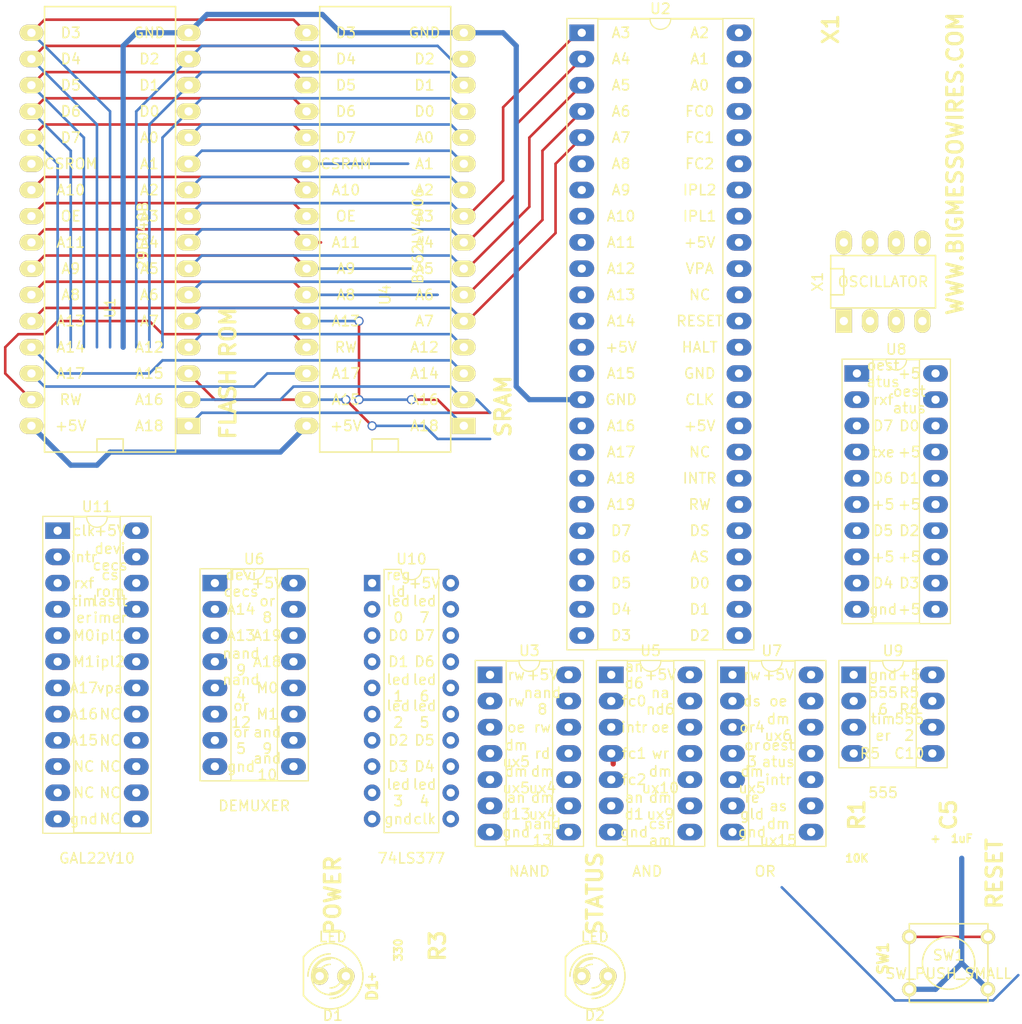
<source format=kicad_pcb>
(kicad_pcb (version 20171130) (host pcbnew "(5.1.4)-1")

  (general
    (thickness 1.6)
    (drawings 270)
    (tracks 188)
    (zones 0)
    (modules 15)
    (nets 94)
  )

  (page A4)
  (layers
    (0 F.Cu signal)
    (31 B.Cu signal)
    (32 B.Adhes user)
    (33 F.Adhes user)
    (34 B.Paste user)
    (35 F.Paste user)
    (36 B.SilkS user)
    (37 F.SilkS user)
    (38 B.Mask user)
    (39 F.Mask user)
    (40 Dwgs.User user)
    (41 Cmts.User user)
    (42 Eco1.User user hide)
    (43 Eco2.User user hide)
    (44 Edge.Cuts user hide)
    (45 Margin user hide)
    (46 B.CrtYd user hide)
    (47 F.CrtYd user hide)
    (48 B.Fab user hide)
    (49 F.Fab user hide)
  )

  (setup
    (last_trace_width 0.254)
    (trace_clearance 0.254)
    (zone_clearance 0.508)
    (zone_45_only no)
    (trace_min 0.254)
    (via_size 0.889)
    (via_drill 0.635)
    (via_min_size 0.889)
    (via_min_drill 0.508)
    (uvia_size 0.508)
    (uvia_drill 0.127)
    (uvias_allowed no)
    (uvia_min_size 0.508)
    (uvia_min_drill 0.127)
    (edge_width 0.1)
    (segment_width 0.2)
    (pcb_text_width 0.3)
    (pcb_text_size 1.5 1.5)
    (mod_edge_width 0.15)
    (mod_text_size 1 1)
    (mod_text_width 0.15)
    (pad_size 2.4 1.6)
    (pad_drill 0.8)
    (pad_to_mask_clearance 0)
    (aux_axis_origin 0 0)
    (visible_elements 7FFCFFFF)
    (pcbplotparams
      (layerselection 0x010f0_80000001)
      (usegerberextensions true)
      (usegerberattributes false)
      (usegerberadvancedattributes false)
      (creategerberjobfile false)
      (excludeedgelayer true)
      (linewidth 0.100000)
      (plotframeref false)
      (viasonmask false)
      (mode 1)
      (useauxorigin false)
      (hpglpennumber 1)
      (hpglpenspeed 20)
      (hpglpendiameter 15.000000)
      (psnegative false)
      (psa4output false)
      (plotreference false)
      (plotvalue false)
      (plotinvisibletext false)
      (padsonsilk false)
      (subtractmaskfromsilk false)
      (outputformat 1)
      (mirror false)
      (drillshape 0)
      (scaleselection 1)
      (outputdirectory "Gerbers"))
  )

  (net 0 "")
  (net 1 GND)
  (net 2 "Net-(D1-Pad1)")
  (net 3 "Net-(D2-Pad1)")
  (net 4 +5V)
  (net 5 /D0)
  (net 6 /D1)
  (net 7 /D2)
  (net 8 /D3)
  (net 9 /D4)
  (net 10 /D5)
  (net 11 /D6)
  (net 12 /D7)
  (net 13 /HALT)
  (net 14 /RESET)
  (net 15 "Net-(X1-Pad1)")
  (net 16 /RXF)
  (net 17 /WR)
  (net 18 /RD)
  (net 19 /A3)
  (net 20 /A4)
  (net 21 /A5)
  (net 22 /A6)
  (net 23 /A7)
  (net 24 /A8)
  (net 25 /A9)
  (net 26 /A10)
  (net 27 /A11)
  (net 28 /A12)
  (net 29 /A13)
  (net 30 /A14)
  (net 31 /A15)
  (net 32 /A16)
  (net 33 /A17)
  (net 34 /A18)
  (net 35 /A19)
  (net 36 /AS)
  (net 37 /DS)
  (net 38 /RW)
  (net 39 /VPA)
  (net 40 /IPL1)
  (net 41 /IPL2)
  (net 42 /FC1)
  (net 43 /FC0)
  (net 44 /A0)
  (net 45 /A1)
  (net 46 /A2)
  (net 47 /OE)
  (net 48 /CLK)
  (net 49 /STATUS)
  (net 50 /CSROM)
  (net 51 /CSRAM)
  (net 52 /DEVICECS)
  (net 53 "Net-(U5-Pad10)")
  (net 54 "Net-(U5-Pad9)")
  (net 55 /M1)
  (net 56 "Net-(U3-Pad10)")
  (net 57 /M0)
  (net 58 "Net-(U3-Pad4)")
  (net 59 "Net-(U6-Pad6)")
  (net 60 "Net-(U6-Pad7)")
  (net 61 "Net-(U6-Pad15)")
  (net 62 /REGLD)
  (net 63 "Net-(D2-Pad2)")
  (net 64 "Net-(D6-Pad2)")
  (net 65 "Net-(D3-Pad2)")
  (net 66 "Net-(D7-Pad2)")
  (net 67 "Net-(D4-Pad2)")
  (net 68 "Net-(D8-Pad2)")
  (net 69 "Net-(D5-Pad2)")
  (net 70 "Net-(D9-Pad2)")
  (net 71 "Net-(U11-Pad11)")
  (net 72 "Net-(U11-Pad10)")
  (net 73 /LASTTIMER)
  (net 74 "Net-(U11-Pad17)")
  (net 75 "Net-(U11-Pad16)")
  (net 76 /TIMER)
  (net 77 "Net-(U11-Pad15)")
  (net 78 "Net-(U11-Pad14)")
  (net 79 /INTR)
  (net 80 "Net-(U11-Pad13)")
  (net 81 /FC2)
  (net 82 "Net-(U2-Pad38)")
  (net 83 "Net-(U2-Pad32)")
  (net 84 "Net-(U3-Pad13)")
  (net 85 "Net-(U3-Pad6)")
  (net 86 "Net-(U5-Pad1)")
  (net 87 /OESTATUS)
  (net 88 "Net-(U7-Pad3)")
  (net 89 "Net-(R5-Pad1)")
  (net 90 "Net-(R5-Pad2)")
  (net 91 "Net-(C11-Pad1)")
  (net 92 "Net-(C10-Pad2)")
  (net 93 /TXE)

  (net_class Default "This is the default net class."
    (clearance 0.254)
    (trace_width 0.254)
    (via_dia 0.889)
    (via_drill 0.635)
    (uvia_dia 0.508)
    (uvia_drill 0.127)
    (add_net /A0)
    (add_net /A1)
    (add_net /A10)
    (add_net /A11)
    (add_net /A12)
    (add_net /A13)
    (add_net /A14)
    (add_net /A15)
    (add_net /A16)
    (add_net /A17)
    (add_net /A18)
    (add_net /A19)
    (add_net /A2)
    (add_net /A3)
    (add_net /A4)
    (add_net /A5)
    (add_net /A6)
    (add_net /A7)
    (add_net /A8)
    (add_net /A9)
    (add_net /AS)
    (add_net /CLK)
    (add_net /CSRAM)
    (add_net /CSROM)
    (add_net /D0)
    (add_net /D1)
    (add_net /D2)
    (add_net /D3)
    (add_net /D4)
    (add_net /D5)
    (add_net /D6)
    (add_net /D7)
    (add_net /DEVICECS)
    (add_net /DS)
    (add_net /FC0)
    (add_net /FC1)
    (add_net /FC2)
    (add_net /HALT)
    (add_net /INTR)
    (add_net /IPL1)
    (add_net /IPL2)
    (add_net /LASTTIMER)
    (add_net /M0)
    (add_net /M1)
    (add_net /OE)
    (add_net /OESTATUS)
    (add_net /RD)
    (add_net /REGLD)
    (add_net /RESET)
    (add_net /RW)
    (add_net /RXF)
    (add_net /STATUS)
    (add_net /TIMER)
    (add_net /TXE)
    (add_net /VPA)
    (add_net /WR)
    (add_net "Net-(C10-Pad2)")
    (add_net "Net-(C11-Pad1)")
    (add_net "Net-(D1-Pad1)")
    (add_net "Net-(D2-Pad1)")
    (add_net "Net-(D2-Pad2)")
    (add_net "Net-(D3-Pad2)")
    (add_net "Net-(D4-Pad2)")
    (add_net "Net-(D5-Pad2)")
    (add_net "Net-(D6-Pad2)")
    (add_net "Net-(D7-Pad2)")
    (add_net "Net-(D8-Pad2)")
    (add_net "Net-(D9-Pad2)")
    (add_net "Net-(R5-Pad1)")
    (add_net "Net-(R5-Pad2)")
    (add_net "Net-(U11-Pad10)")
    (add_net "Net-(U11-Pad11)")
    (add_net "Net-(U11-Pad13)")
    (add_net "Net-(U11-Pad14)")
    (add_net "Net-(U11-Pad15)")
    (add_net "Net-(U11-Pad16)")
    (add_net "Net-(U11-Pad17)")
    (add_net "Net-(U2-Pad32)")
    (add_net "Net-(U2-Pad38)")
    (add_net "Net-(U3-Pad10)")
    (add_net "Net-(U3-Pad13)")
    (add_net "Net-(U3-Pad4)")
    (add_net "Net-(U3-Pad6)")
    (add_net "Net-(U5-Pad1)")
    (add_net "Net-(U5-Pad10)")
    (add_net "Net-(U5-Pad9)")
    (add_net "Net-(U6-Pad15)")
    (add_net "Net-(U6-Pad6)")
    (add_net "Net-(U6-Pad7)")
    (add_net "Net-(U7-Pad3)")
    (add_net "Net-(X1-Pad1)")
  )

  (net_class Power ""
    (clearance 0.254)
    (trace_width 0.508)
    (via_dia 0.889)
    (via_drill 0.635)
    (uvia_dia 0.508)
    (uvia_drill 0.127)
    (add_net +5V)
    (add_net GND)
  )

  (module 68KatyClone:DIP-48_W15.24mm_Socket_LongPads (layer F.Cu) (tedit 5A02E8C5) (tstamp 5E3B117E)
    (at 116.84 63.5)
    (descr "48-lead though-hole mounted DIP package, row spacing 15.24 mm (600 mils), Socket, LongPads")
    (tags "THT DIP DIL PDIP 2.54mm 15.24mm 600mil Socket LongPads")
    (path /548601B2)
    (fp_text reference U2 (at 7.62 -2.33) (layer F.SilkS)
      (effects (font (size 1 1) (thickness 0.15)))
    )
    (fp_text value 68008D (at 7.62 60.75) (layer F.Fab)
      (effects (font (size 1 1) (thickness 0.15)))
    )
    (fp_text user %R (at 7.62 29.21) (layer F.Fab)
      (effects (font (size 1 1) (thickness 0.15)))
    )
    (fp_line (start 16.8 -1.6) (end -1.55 -1.6) (layer F.CrtYd) (width 0.05))
    (fp_line (start 16.8 60) (end 16.8 -1.6) (layer F.CrtYd) (width 0.05))
    (fp_line (start -1.55 60) (end 16.8 60) (layer F.CrtYd) (width 0.05))
    (fp_line (start -1.55 -1.6) (end -1.55 60) (layer F.CrtYd) (width 0.05))
    (fp_line (start 16.68 -1.39) (end -1.44 -1.39) (layer F.SilkS) (width 0.12))
    (fp_line (start 16.68 59.81) (end 16.68 -1.39) (layer F.SilkS) (width 0.12))
    (fp_line (start -1.44 59.81) (end 16.68 59.81) (layer F.SilkS) (width 0.12))
    (fp_line (start -1.44 -1.39) (end -1.44 59.81) (layer F.SilkS) (width 0.12))
    (fp_line (start 13.68 -1.33) (end 8.62 -1.33) (layer F.SilkS) (width 0.12))
    (fp_line (start 13.68 59.75) (end 13.68 -1.33) (layer F.SilkS) (width 0.12))
    (fp_line (start 1.56 59.75) (end 13.68 59.75) (layer F.SilkS) (width 0.12))
    (fp_line (start 1.56 -1.33) (end 1.56 59.75) (layer F.SilkS) (width 0.12))
    (fp_line (start 6.62 -1.33) (end 1.56 -1.33) (layer F.SilkS) (width 0.12))
    (fp_line (start 16.51 -1.33) (end -1.27 -1.33) (layer F.Fab) (width 0.1))
    (fp_line (start 16.51 59.75) (end 16.51 -1.33) (layer F.Fab) (width 0.1))
    (fp_line (start -1.27 59.75) (end 16.51 59.75) (layer F.Fab) (width 0.1))
    (fp_line (start -1.27 -1.33) (end -1.27 59.75) (layer F.Fab) (width 0.1))
    (fp_line (start 0.255 -0.27) (end 1.255 -1.27) (layer F.Fab) (width 0.1))
    (fp_line (start 0.255 59.69) (end 0.255 -0.27) (layer F.Fab) (width 0.1))
    (fp_line (start 14.985 59.69) (end 0.255 59.69) (layer F.Fab) (width 0.1))
    (fp_line (start 14.985 -1.27) (end 14.985 59.69) (layer F.Fab) (width 0.1))
    (fp_line (start 1.255 -1.27) (end 14.985 -1.27) (layer F.Fab) (width 0.1))
    (fp_arc (start 7.62 -1.33) (end 6.62 -1.33) (angle -180) (layer F.SilkS) (width 0.12))
    (pad 48 thru_hole oval (at 15.24 0) (size 2.4 1.6) (drill 0.8) (layers *.Cu *.Mask)
      (net 46 /A2))
    (pad 24 thru_hole oval (at 0 58.42) (size 2.4 1.6) (drill 0.8) (layers *.Cu *.Mask)
      (net 8 /D3))
    (pad 47 thru_hole oval (at 15.24 2.54) (size 2.4 1.6) (drill 0.8) (layers *.Cu *.Mask)
      (net 45 /A1))
    (pad 23 thru_hole oval (at 0 55.88) (size 2.4 1.6) (drill 0.8) (layers *.Cu *.Mask)
      (net 9 /D4))
    (pad 46 thru_hole oval (at 15.24 5.08) (size 2.4 1.6) (drill 0.8) (layers *.Cu *.Mask)
      (net 44 /A0))
    (pad 22 thru_hole oval (at 0 53.34) (size 2.4 1.6) (drill 0.8) (layers *.Cu *.Mask)
      (net 10 /D5))
    (pad 45 thru_hole oval (at 15.24 7.62) (size 2.4 1.6) (drill 0.8) (layers *.Cu *.Mask)
      (net 43 /FC0))
    (pad 21 thru_hole oval (at 0 50.8) (size 2.4 1.6) (drill 0.8) (layers *.Cu *.Mask)
      (net 11 /D6))
    (pad 44 thru_hole oval (at 15.24 10.16) (size 2.4 1.6) (drill 0.8) (layers *.Cu *.Mask)
      (net 42 /FC1))
    (pad 20 thru_hole oval (at 0 48.26) (size 2.4 1.6) (drill 0.8) (layers *.Cu *.Mask)
      (net 12 /D7))
    (pad 43 thru_hole oval (at 15.24 12.7) (size 2.4 1.6) (drill 0.8) (layers *.Cu *.Mask)
      (net 81 /FC2))
    (pad 19 thru_hole oval (at 0 45.72) (size 2.4 1.6) (drill 0.8) (layers *.Cu *.Mask)
      (net 35 /A19))
    (pad 42 thru_hole oval (at 15.24 15.24) (size 2.4 1.6) (drill 0.8) (layers *.Cu *.Mask)
      (net 41 /IPL2))
    (pad 18 thru_hole oval (at 0 43.18) (size 2.4 1.6) (drill 0.8) (layers *.Cu *.Mask)
      (net 34 /A18))
    (pad 41 thru_hole oval (at 15.24 17.78) (size 2.4 1.6) (drill 0.8) (layers *.Cu *.Mask)
      (net 40 /IPL1))
    (pad 17 thru_hole oval (at 0 40.64) (size 2.4 1.6) (drill 0.8) (layers *.Cu *.Mask)
      (net 33 /A17))
    (pad 40 thru_hole oval (at 15.24 20.32) (size 2.4 1.6) (drill 0.8) (layers *.Cu *.Mask)
      (net 4 +5V))
    (pad 16 thru_hole oval (at 0 38.1) (size 2.4 1.6) (drill 0.8) (layers *.Cu *.Mask)
      (net 32 /A16))
    (pad 39 thru_hole oval (at 15.24 22.86) (size 2.4 1.6) (drill 0.8) (layers *.Cu *.Mask)
      (net 39 /VPA))
    (pad 15 thru_hole oval (at 0 35.56) (size 2.4 1.6) (drill 0.8) (layers *.Cu *.Mask)
      (net 1 GND))
    (pad 38 thru_hole oval (at 15.24 25.4) (size 2.4 1.6) (drill 0.8) (layers *.Cu *.Mask)
      (net 82 "Net-(U2-Pad38)"))
    (pad 14 thru_hole oval (at 0 33.02) (size 2.4 1.6) (drill 0.8) (layers *.Cu *.Mask)
      (net 31 /A15))
    (pad 37 thru_hole oval (at 15.24 27.94) (size 2.4 1.6) (drill 0.8) (layers *.Cu *.Mask)
      (net 14 /RESET))
    (pad 13 thru_hole oval (at 0 30.48) (size 2.4 1.6) (drill 0.8) (layers *.Cu *.Mask)
      (net 4 +5V))
    (pad 36 thru_hole oval (at 15.24 30.48) (size 2.4 1.6) (drill 0.8) (layers *.Cu *.Mask)
      (net 13 /HALT))
    (pad 12 thru_hole oval (at 0 27.94) (size 2.4 1.6) (drill 0.8) (layers *.Cu *.Mask)
      (net 30 /A14))
    (pad 35 thru_hole oval (at 15.24 33.02) (size 2.4 1.6) (drill 0.8) (layers *.Cu *.Mask)
      (net 1 GND))
    (pad 11 thru_hole oval (at 0 25.4) (size 2.4 1.6) (drill 0.8) (layers *.Cu *.Mask)
      (net 29 /A13))
    (pad 34 thru_hole oval (at 15.24 35.56) (size 2.4 1.6) (drill 0.8) (layers *.Cu *.Mask)
      (net 48 /CLK))
    (pad 10 thru_hole oval (at 0 22.86) (size 2.4 1.6) (drill 0.8) (layers *.Cu *.Mask)
      (net 28 /A12))
    (pad 33 thru_hole oval (at 15.24 38.1) (size 2.4 1.6) (drill 0.8) (layers *.Cu *.Mask)
      (net 4 +5V))
    (pad 9 thru_hole oval (at 0 20.32) (size 2.4 1.6) (drill 0.8) (layers *.Cu *.Mask)
      (net 27 /A11))
    (pad 32 thru_hole oval (at 15.24 40.64) (size 2.4 1.6) (drill 0.8) (layers *.Cu *.Mask)
      (net 83 "Net-(U2-Pad32)"))
    (pad 8 thru_hole oval (at 0 17.78) (size 2.4 1.6) (drill 0.8) (layers *.Cu *.Mask)
      (net 26 /A10))
    (pad 31 thru_hole oval (at 15.24 43.18) (size 2.4 1.6) (drill 0.8) (layers *.Cu *.Mask)
      (net 79 /INTR))
    (pad 7 thru_hole oval (at 0 15.24) (size 2.4 1.6) (drill 0.8) (layers *.Cu *.Mask)
      (net 25 /A9))
    (pad 30 thru_hole oval (at 15.24 45.72) (size 2.4 1.6) (drill 0.8) (layers *.Cu *.Mask)
      (net 38 /RW))
    (pad 6 thru_hole oval (at 0 12.7) (size 2.4 1.6) (drill 0.8) (layers *.Cu *.Mask)
      (net 24 /A8))
    (pad 29 thru_hole oval (at 15.24 48.26) (size 2.4 1.6) (drill 0.8) (layers *.Cu *.Mask)
      (net 37 /DS))
    (pad 5 thru_hole oval (at 0 10.16) (size 2.4 1.6) (drill 0.8) (layers *.Cu *.Mask)
      (net 23 /A7))
    (pad 28 thru_hole oval (at 15.24 50.8) (size 2.4 1.6) (drill 0.8) (layers *.Cu *.Mask)
      (net 36 /AS))
    (pad 4 thru_hole oval (at 0 7.62) (size 2.4 1.6) (drill 0.8) (layers *.Cu *.Mask)
      (net 22 /A6))
    (pad 27 thru_hole oval (at 15.24 53.34) (size 2.4 1.6) (drill 0.8) (layers *.Cu *.Mask)
      (net 5 /D0))
    (pad 3 thru_hole oval (at 0 5.08) (size 2.4 1.6) (drill 0.8) (layers *.Cu *.Mask)
      (net 21 /A5))
    (pad 26 thru_hole oval (at 15.24 55.88) (size 2.4 1.6) (drill 0.8) (layers *.Cu *.Mask)
      (net 6 /D1))
    (pad 2 thru_hole oval (at 0 2.54) (size 2.4 1.6) (drill 0.8) (layers *.Cu *.Mask)
      (net 20 /A4))
    (pad 25 thru_hole oval (at 15.24 58.42) (size 2.4 1.6) (drill 0.8) (layers *.Cu *.Mask)
      (net 7 /D2))
    (pad 1 thru_hole rect (at 0 0) (size 2.4 1.6) (drill 0.8) (layers *.Cu *.Mask)
      (net 19 /A3))
    (model ${KISYS3DMOD}/Package_DIP.3dshapes/DIP-48_W15.24mm_Socket.wrl
      (at (xyz 0 0 0))
      (scale (xyz 1 1 1))
      (rotate (xyz 0 0 0))
    )
  )

  (module 68KatyClone:DIP-16_W7.62mm_Socket_LongPads (layer F.Cu) (tedit 5A02E8C5) (tstamp 5E3C85C8)
    (at 81.28 116.84)
    (descr "16-lead though-hole mounted DIP package, row spacing 7.62 mm (300 mils), Socket, LongPads")
    (tags "THT DIP DIL PDIP 2.54mm 7.62mm 300mil Socket LongPads")
    (path /5DFF4898)
    (fp_text reference U6 (at 3.81 -2.33) (layer F.SilkS)
      (effects (font (size 1 1) (thickness 0.15)))
    )
    (fp_text value 74LS139 (at 3.81 20.11) (layer F.Fab)
      (effects (font (size 1 1) (thickness 0.15)))
    )
    (fp_text user %R (at 3.81 8.89) (layer F.Fab)
      (effects (font (size 1 1) (thickness 0.15)))
    )
    (fp_line (start 9.15 -1.6) (end -1.55 -1.6) (layer F.CrtYd) (width 0.05))
    (fp_line (start 9.15 19.4) (end 9.15 -1.6) (layer F.CrtYd) (width 0.05))
    (fp_line (start -1.55 19.4) (end 9.15 19.4) (layer F.CrtYd) (width 0.05))
    (fp_line (start -1.55 -1.6) (end -1.55 19.4) (layer F.CrtYd) (width 0.05))
    (fp_line (start 9.06 -1.39) (end -1.44 -1.39) (layer F.SilkS) (width 0.12))
    (fp_line (start 9.06 19.17) (end 9.06 -1.39) (layer F.SilkS) (width 0.12))
    (fp_line (start -1.44 19.17) (end 9.06 19.17) (layer F.SilkS) (width 0.12))
    (fp_line (start -1.44 -1.39) (end -1.44 19.17) (layer F.SilkS) (width 0.12))
    (fp_line (start 6.06 -1.33) (end 4.81 -1.33) (layer F.SilkS) (width 0.12))
    (fp_line (start 6.06 19.11) (end 6.06 -1.33) (layer F.SilkS) (width 0.12))
    (fp_line (start 1.56 19.11) (end 6.06 19.11) (layer F.SilkS) (width 0.12))
    (fp_line (start 1.56 -1.33) (end 1.56 19.11) (layer F.SilkS) (width 0.12))
    (fp_line (start 2.81 -1.33) (end 1.56 -1.33) (layer F.SilkS) (width 0.12))
    (fp_line (start 8.89 -1.33) (end -1.27 -1.33) (layer F.Fab) (width 0.1))
    (fp_line (start 8.89 19.11) (end 8.89 -1.33) (layer F.Fab) (width 0.1))
    (fp_line (start -1.27 19.11) (end 8.89 19.11) (layer F.Fab) (width 0.1))
    (fp_line (start -1.27 -1.33) (end -1.27 19.11) (layer F.Fab) (width 0.1))
    (fp_line (start 0.635 -0.27) (end 1.635 -1.27) (layer F.Fab) (width 0.1))
    (fp_line (start 0.635 19.05) (end 0.635 -0.27) (layer F.Fab) (width 0.1))
    (fp_line (start 6.985 19.05) (end 0.635 19.05) (layer F.Fab) (width 0.1))
    (fp_line (start 6.985 -1.27) (end 6.985 19.05) (layer F.Fab) (width 0.1))
    (fp_line (start 1.635 -1.27) (end 6.985 -1.27) (layer F.Fab) (width 0.1))
    (fp_arc (start 3.81 -1.33) (end 2.81 -1.33) (angle -180) (layer F.SilkS) (width 0.12))
    (pad 16 thru_hole oval (at 7.62 0) (size 2.4 1.6) (drill 0.8) (layers *.Cu *.Mask)
      (net 4 +5V))
    (pad 8 thru_hole oval (at 0 17.78) (size 2.4 1.6) (drill 0.8) (layers *.Cu *.Mask)
      (net 1 GND))
    (pad 15 thru_hole oval (at 7.62 2.54) (size 2.4 1.6) (drill 0.8) (layers *.Cu *.Mask)
      (net 61 "Net-(U6-Pad15)"))
    (pad 7 thru_hole oval (at 0 15.24) (size 2.4 1.6) (drill 0.8) (layers *.Cu *.Mask)
      (net 60 "Net-(U6-Pad7)"))
    (pad 14 thru_hole oval (at 7.62 5.08) (size 2.4 1.6) (drill 0.8) (layers *.Cu *.Mask)
      (net 35 /A19))
    (pad 6 thru_hole oval (at 0 12.7) (size 2.4 1.6) (drill 0.8) (layers *.Cu *.Mask)
      (net 59 "Net-(U6-Pad6)"))
    (pad 13 thru_hole oval (at 7.62 7.62) (size 2.4 1.6) (drill 0.8) (layers *.Cu *.Mask)
      (net 34 /A18))
    (pad 5 thru_hole oval (at 0 10.16) (size 2.4 1.6) (drill 0.8) (layers *.Cu *.Mask)
      (net 58 "Net-(U3-Pad4)"))
    (pad 12 thru_hole oval (at 7.62 10.16) (size 2.4 1.6) (drill 0.8) (layers *.Cu *.Mask)
      (net 57 /M0))
    (pad 4 thru_hole oval (at 0 7.62) (size 2.4 1.6) (drill 0.8) (layers *.Cu *.Mask)
      (net 56 "Net-(U3-Pad10)"))
    (pad 11 thru_hole oval (at 7.62 12.7) (size 2.4 1.6) (drill 0.8) (layers *.Cu *.Mask)
      (net 55 /M1))
    (pad 3 thru_hole oval (at 0 5.08) (size 2.4 1.6) (drill 0.8) (layers *.Cu *.Mask)
      (net 29 /A13))
    (pad 10 thru_hole oval (at 7.62 15.24) (size 2.4 1.6) (drill 0.8) (layers *.Cu *.Mask)
      (net 53 "Net-(U5-Pad10)"))
    (pad 2 thru_hole oval (at 0 2.54) (size 2.4 1.6) (drill 0.8) (layers *.Cu *.Mask)
      (net 30 /A14))
    (pad 9 thru_hole oval (at 7.62 17.78) (size 2.4 1.6) (drill 0.8) (layers *.Cu *.Mask)
      (net 54 "Net-(U5-Pad9)"))
    (pad 1 thru_hole rect (at 0 0) (size 2.4 1.6) (drill 0.8) (layers *.Cu *.Mask)
      (net 52 /DEVICECS))
    (model ${KISYS3DMOD}/Package_DIP.3dshapes/DIP-16_W7.62mm_Socket.wrl
      (at (xyz 0 0 0))
      (scale (xyz 1 1 1))
      (rotate (xyz 0 0 0))
    )
  )

  (module 68KatyClone:DIP-20_W7.62mm_Socket_LongPads (layer F.Cu) (tedit 5A02E8C5) (tstamp 5E3C715C)
    (at 143.51 96.52)
    (descr "20-lead though-hole mounted DIP package, row spacing 7.62 mm (300 mils), Socket, LongPads")
    (tags "THT DIP DIL PDIP 2.54mm 7.62mm 300mil Socket LongPads")
    (path /5E3892E9)
    (fp_text reference U8 (at 3.81 -2.33) (layer F.SilkS)
      (effects (font (size 1 1) (thickness 0.15)))
    )
    (fp_text value 74LS244 (at 3.81 25.19) (layer F.Fab)
      (effects (font (size 1 1) (thickness 0.15)))
    )
    (fp_text user %R (at 3.81 11.43) (layer F.Fab)
      (effects (font (size 1 1) (thickness 0.15)))
    )
    (fp_line (start 9.15 -1.6) (end -1.55 -1.6) (layer F.CrtYd) (width 0.05))
    (fp_line (start 9.15 24.45) (end 9.15 -1.6) (layer F.CrtYd) (width 0.05))
    (fp_line (start -1.55 24.45) (end 9.15 24.45) (layer F.CrtYd) (width 0.05))
    (fp_line (start -1.55 -1.6) (end -1.55 24.45) (layer F.CrtYd) (width 0.05))
    (fp_line (start 9.06 -1.39) (end -1.44 -1.39) (layer F.SilkS) (width 0.12))
    (fp_line (start 9.06 24.25) (end 9.06 -1.39) (layer F.SilkS) (width 0.12))
    (fp_line (start -1.44 24.25) (end 9.06 24.25) (layer F.SilkS) (width 0.12))
    (fp_line (start -1.44 -1.39) (end -1.44 24.25) (layer F.SilkS) (width 0.12))
    (fp_line (start 6.06 -1.33) (end 4.81 -1.33) (layer F.SilkS) (width 0.12))
    (fp_line (start 6.06 24.19) (end 6.06 -1.33) (layer F.SilkS) (width 0.12))
    (fp_line (start 1.56 24.19) (end 6.06 24.19) (layer F.SilkS) (width 0.12))
    (fp_line (start 1.56 -1.33) (end 1.56 24.19) (layer F.SilkS) (width 0.12))
    (fp_line (start 2.81 -1.33) (end 1.56 -1.33) (layer F.SilkS) (width 0.12))
    (fp_line (start 8.89 -1.33) (end -1.27 -1.33) (layer F.Fab) (width 0.1))
    (fp_line (start 8.89 24.19) (end 8.89 -1.33) (layer F.Fab) (width 0.1))
    (fp_line (start -1.27 24.19) (end 8.89 24.19) (layer F.Fab) (width 0.1))
    (fp_line (start -1.27 -1.33) (end -1.27 24.19) (layer F.Fab) (width 0.1))
    (fp_line (start 0.635 -0.27) (end 1.635 -1.27) (layer F.Fab) (width 0.1))
    (fp_line (start 0.635 24.13) (end 0.635 -0.27) (layer F.Fab) (width 0.1))
    (fp_line (start 6.985 24.13) (end 0.635 24.13) (layer F.Fab) (width 0.1))
    (fp_line (start 6.985 -1.27) (end 6.985 24.13) (layer F.Fab) (width 0.1))
    (fp_line (start 1.635 -1.27) (end 6.985 -1.27) (layer F.Fab) (width 0.1))
    (fp_arc (start 3.81 -1.33) (end 2.81 -1.33) (angle -180) (layer F.SilkS) (width 0.12))
    (pad 20 thru_hole oval (at 7.62 0) (size 2.4 1.6) (drill 0.8) (layers *.Cu *.Mask)
      (net 4 +5V))
    (pad 10 thru_hole oval (at 0 22.86) (size 2.4 1.6) (drill 0.8) (layers *.Cu *.Mask)
      (net 1 GND))
    (pad 19 thru_hole oval (at 7.62 2.54) (size 2.4 1.6) (drill 0.8) (layers *.Cu *.Mask)
      (net 87 /OESTATUS))
    (pad 9 thru_hole oval (at 0 20.32) (size 2.4 1.6) (drill 0.8) (layers *.Cu *.Mask)
      (net 9 /D4))
    (pad 18 thru_hole oval (at 7.62 5.08) (size 2.4 1.6) (drill 0.8) (layers *.Cu *.Mask)
      (net 5 /D0))
    (pad 8 thru_hole oval (at 0 17.78) (size 2.4 1.6) (drill 0.8) (layers *.Cu *.Mask)
      (net 4 +5V))
    (pad 17 thru_hole oval (at 7.62 7.62) (size 2.4 1.6) (drill 0.8) (layers *.Cu *.Mask)
      (net 4 +5V))
    (pad 7 thru_hole oval (at 0 15.24) (size 2.4 1.6) (drill 0.8) (layers *.Cu *.Mask)
      (net 10 /D5))
    (pad 16 thru_hole oval (at 7.62 10.16) (size 2.4 1.6) (drill 0.8) (layers *.Cu *.Mask)
      (net 6 /D1))
    (pad 6 thru_hole oval (at 0 12.7) (size 2.4 1.6) (drill 0.8) (layers *.Cu *.Mask)
      (net 4 +5V))
    (pad 15 thru_hole oval (at 7.62 12.7) (size 2.4 1.6) (drill 0.8) (layers *.Cu *.Mask)
      (net 4 +5V))
    (pad 5 thru_hole oval (at 0 10.16) (size 2.4 1.6) (drill 0.8) (layers *.Cu *.Mask)
      (net 11 /D6))
    (pad 14 thru_hole oval (at 7.62 15.24) (size 2.4 1.6) (drill 0.8) (layers *.Cu *.Mask)
      (net 7 /D2))
    (pad 4 thru_hole oval (at 0 7.62) (size 2.4 1.6) (drill 0.8) (layers *.Cu *.Mask)
      (net 93 /TXE))
    (pad 13 thru_hole oval (at 7.62 17.78) (size 2.4 1.6) (drill 0.8) (layers *.Cu *.Mask)
      (net 4 +5V))
    (pad 3 thru_hole oval (at 0 5.08) (size 2.4 1.6) (drill 0.8) (layers *.Cu *.Mask)
      (net 12 /D7))
    (pad 12 thru_hole oval (at 7.62 20.32) (size 2.4 1.6) (drill 0.8) (layers *.Cu *.Mask)
      (net 8 /D3))
    (pad 2 thru_hole oval (at 0 2.54) (size 2.4 1.6) (drill 0.8) (layers *.Cu *.Mask)
      (net 16 /RXF))
    (pad 11 thru_hole oval (at 7.62 22.86) (size 2.4 1.6) (drill 0.8) (layers *.Cu *.Mask)
      (net 4 +5V))
    (pad 1 thru_hole rect (at 0 0) (size 2.4 1.6) (drill 0.8) (layers *.Cu *.Mask)
      (net 87 /OESTATUS))
    (model ${KISYS3DMOD}/Package_DIP.3dshapes/DIP-20_W7.62mm_Socket.wrl
      (at (xyz 0 0 0))
      (scale (xyz 1 1 1))
      (rotate (xyz 0 0 0))
    )
  )

  (module 68KatyClone:DIP-8_W7.62mm_Socket_LongPads (layer F.Cu) (tedit 5A02E8C5) (tstamp 5E3B353A)
    (at 143.2 125.73)
    (descr "8-lead though-hole mounted DIP package, row spacing 7.62 mm (300 mils), Socket, LongPads")
    (tags "THT DIP DIL PDIP 2.54mm 7.62mm 300mil Socket LongPads")
    (path /5E41CDA7)
    (fp_text reference U9 (at 3.81 -2.33) (layer F.SilkS)
      (effects (font (size 1 1) (thickness 0.15)))
    )
    (fp_text value LM555 (at 3.81 9.95) (layer F.Fab)
      (effects (font (size 1 1) (thickness 0.15)))
    )
    (fp_text user %R (at 3.81 3.81) (layer F.Fab)
      (effects (font (size 1 1) (thickness 0.15)))
    )
    (fp_line (start 9.15 -1.6) (end -1.55 -1.6) (layer F.CrtYd) (width 0.05))
    (fp_line (start 9.15 9.2) (end 9.15 -1.6) (layer F.CrtYd) (width 0.05))
    (fp_line (start -1.55 9.2) (end 9.15 9.2) (layer F.CrtYd) (width 0.05))
    (fp_line (start -1.55 -1.6) (end -1.55 9.2) (layer F.CrtYd) (width 0.05))
    (fp_line (start 9.06 -1.39) (end -1.44 -1.39) (layer F.SilkS) (width 0.12))
    (fp_line (start 9.06 9.01) (end 9.06 -1.39) (layer F.SilkS) (width 0.12))
    (fp_line (start -1.44 9.01) (end 9.06 9.01) (layer F.SilkS) (width 0.12))
    (fp_line (start -1.44 -1.39) (end -1.44 9.01) (layer F.SilkS) (width 0.12))
    (fp_line (start 6.06 -1.33) (end 4.81 -1.33) (layer F.SilkS) (width 0.12))
    (fp_line (start 6.06 8.95) (end 6.06 -1.33) (layer F.SilkS) (width 0.12))
    (fp_line (start 1.56 8.95) (end 6.06 8.95) (layer F.SilkS) (width 0.12))
    (fp_line (start 1.56 -1.33) (end 1.56 8.95) (layer F.SilkS) (width 0.12))
    (fp_line (start 2.81 -1.33) (end 1.56 -1.33) (layer F.SilkS) (width 0.12))
    (fp_line (start 8.89 -1.33) (end -1.27 -1.33) (layer F.Fab) (width 0.1))
    (fp_line (start 8.89 8.95) (end 8.89 -1.33) (layer F.Fab) (width 0.1))
    (fp_line (start -1.27 8.95) (end 8.89 8.95) (layer F.Fab) (width 0.1))
    (fp_line (start -1.27 -1.33) (end -1.27 8.95) (layer F.Fab) (width 0.1))
    (fp_line (start 0.635 -0.27) (end 1.635 -1.27) (layer F.Fab) (width 0.1))
    (fp_line (start 0.635 8.89) (end 0.635 -0.27) (layer F.Fab) (width 0.1))
    (fp_line (start 6.985 8.89) (end 0.635 8.89) (layer F.Fab) (width 0.1))
    (fp_line (start 6.985 -1.27) (end 6.985 8.89) (layer F.Fab) (width 0.1))
    (fp_line (start 1.635 -1.27) (end 6.985 -1.27) (layer F.Fab) (width 0.1))
    (fp_arc (start 3.81 -1.33) (end 2.81 -1.33) (angle -180) (layer F.SilkS) (width 0.12))
    (pad 8 thru_hole oval (at 7.62 0) (size 2.4 1.6) (drill 0.8) (layers *.Cu *.Mask)
      (net 4 +5V))
    (pad 4 thru_hole oval (at 0 7.62) (size 2.4 1.6) (drill 0.8) (layers *.Cu *.Mask)
      (net 89 "Net-(R5-Pad1)"))
    (pad 7 thru_hole oval (at 7.62 2.54) (size 2.4 1.6) (drill 0.8) (layers *.Cu *.Mask)
      (net 90 "Net-(R5-Pad2)"))
    (pad 3 thru_hole oval (at 0 5.08) (size 2.4 1.6) (drill 0.8) (layers *.Cu *.Mask)
      (net 76 /TIMER))
    (pad 6 thru_hole oval (at 7.62 5.08) (size 2.4 1.6) (drill 0.8) (layers *.Cu *.Mask)
      (net 91 "Net-(C11-Pad1)"))
    (pad 2 thru_hole oval (at 0 2.54) (size 2.4 1.6) (drill 0.8) (layers *.Cu *.Mask)
      (net 91 "Net-(C11-Pad1)"))
    (pad 5 thru_hole oval (at 7.62 7.62) (size 2.4 1.6) (drill 0.8) (layers *.Cu *.Mask)
      (net 92 "Net-(C10-Pad2)"))
    (pad 1 thru_hole rect (at 0 0) (size 2.4 1.6) (drill 0.8) (layers *.Cu *.Mask)
      (net 1 GND))
    (model ${KISYS3DMOD}/Package_DIP.3dshapes/DIP-8_W7.62mm_Socket.wrl
      (at (xyz 0 0 0))
      (scale (xyz 1 1 1))
      (rotate (xyz 0 0 0))
    )
  )

  (module 68KatyClone:DIP-14_W7.62mm_Socket_LongPads (layer F.Cu) (tedit 5E3B0EF2) (tstamp 5E3B3516)
    (at 131.45 125.73)
    (descr "14-lead though-hole mounted DIP package, row spacing 7.62 mm (300 mils), Socket, LongPads")
    (tags "THT DIP DIL PDIP 2.54mm 7.62mm 300mil Socket LongPads")
    (path /5E125296)
    (fp_text reference U7 (at 3.81 -2.33) (layer F.SilkS)
      (effects (font (size 1 1) (thickness 0.15)))
    )
    (fp_text value 74LS32 (at 3.81 17.57) (layer F.Fab)
      (effects (font (size 1 1) (thickness 0.15)))
    )
    (fp_text user %R (at 3.81 7.62) (layer F.Fab)
      (effects (font (size 1 1) (thickness 0.15)))
    )
    (fp_line (start 9.15 -1.6) (end -1.55 -1.6) (layer F.CrtYd) (width 0.05))
    (fp_line (start 9.15 16.85) (end 9.15 -1.6) (layer F.CrtYd) (width 0.05))
    (fp_line (start -1.55 16.85) (end 9.15 16.85) (layer F.CrtYd) (width 0.05))
    (fp_line (start -1.55 -1.6) (end -1.55 16.85) (layer F.CrtYd) (width 0.05))
    (fp_line (start 9.06 -1.39) (end -1.44 -1.39) (layer F.SilkS) (width 0.12))
    (fp_line (start 9.06 16.63) (end 9.06 -1.39) (layer F.SilkS) (width 0.12))
    (fp_line (start -1.44 16.63) (end 9.06 16.63) (layer F.SilkS) (width 0.12))
    (fp_line (start -1.44 -1.39) (end -1.44 16.63) (layer F.SilkS) (width 0.12))
    (fp_line (start 6.06 -1.33) (end 4.81 -1.33) (layer F.SilkS) (width 0.12))
    (fp_line (start 6.06 16.57) (end 6.06 -1.33) (layer F.SilkS) (width 0.12))
    (fp_line (start 1.56 16.57) (end 6.06 16.57) (layer F.SilkS) (width 0.12))
    (fp_line (start 1.56 -1.33) (end 1.56 16.57) (layer F.SilkS) (width 0.12))
    (fp_line (start 2.81 -1.33) (end 1.56 -1.33) (layer F.SilkS) (width 0.12))
    (fp_line (start 8.89 -1.33) (end -1.27 -1.33) (layer F.Fab) (width 0.1))
    (fp_line (start 8.89 16.57) (end 8.89 -1.33) (layer F.Fab) (width 0.1))
    (fp_line (start -1.27 16.57) (end 8.89 16.57) (layer F.Fab) (width 0.1))
    (fp_line (start -1.27 -1.33) (end -1.27 16.57) (layer F.Fab) (width 0.1))
    (fp_line (start 0.635 -0.27) (end 1.635 -1.27) (layer F.Fab) (width 0.1))
    (fp_line (start 0.635 16.51) (end 0.635 -0.27) (layer F.Fab) (width 0.1))
    (fp_line (start 6.985 16.51) (end 0.635 16.51) (layer F.Fab) (width 0.1))
    (fp_line (start 6.985 -1.27) (end 6.985 16.51) (layer F.Fab) (width 0.1))
    (fp_line (start 1.635 -1.27) (end 6.985 -1.27) (layer F.Fab) (width 0.1))
    (fp_arc (start 3.81 -1.33) (end 2.81 -1.33) (angle -180) (layer F.SilkS) (width 0.12))
    (pad 14 thru_hole oval (at 7.62 0) (size 2.4 1.6) (drill 0.8) (layers *.Cu *.Mask))
    (pad 7 thru_hole oval (at 0 15.24) (size 2.4 1.6) (drill 0.8) (layers *.Cu *.Mask))
    (pad 13 thru_hole oval (at 7.62 2.54) (size 2.4 1.6) (drill 0.8) (layers *.Cu *.Mask)
      (net 47 /OE))
    (pad 6 thru_hole oval (at 0 12.7) (size 2.4 1.6) (drill 0.8) (layers *.Cu *.Mask)
      (net 62 /REGLD))
    (pad 12 thru_hole oval (at 7.62 5.08) (size 2.4 1.6) (drill 0.8) (layers *.Cu *.Mask)
      (net 59 "Net-(U6-Pad6)"))
    (pad 5 thru_hole oval (at 0 10.16) (size 2.4 1.6) (drill 0.8) (layers *.Cu *.Mask)
      (net 60 "Net-(U6-Pad7)"))
    (pad 11 thru_hole oval (at 7.62 7.62) (size 2.4 1.6) (drill 0.8) (layers *.Cu *.Mask)
      (net 87 /OESTATUS))
    (pad 4 thru_hole oval (at 0 7.62) (size 2.4 1.6) (drill 0.8) (layers *.Cu *.Mask)
      (net 88 "Net-(U7-Pad3)"))
    (pad 10 thru_hole oval (at 7.62 10.16) (size 2.4 1.6) (drill 0.8) (layers *.Cu *.Mask)
      (net 79 /INTR))
    (pad 3 thru_hole oval (at 0 5.08) (size 2.4 1.6) (drill 0.8) (layers *.Cu *.Mask)
      (net 88 "Net-(U7-Pad3)"))
    (pad 9 thru_hole oval (at 7.62 12.7) (size 2.4 1.6) (drill 0.8) (layers *.Cu *.Mask)
      (net 36 /AS))
    (pad 2 thru_hole oval (at 0 2.54) (size 2.4 1.6) (drill 0.8) (layers *.Cu *.Mask)
      (net 37 /DS))
    (pad 8 thru_hole oval (at 7.62 15.24) (size 2.4 1.6) (drill 0.8) (layers *.Cu *.Mask)
      (net 61 "Net-(U6-Pad15)"))
    (pad 1 thru_hole rect (at 0 0) (size 2.4 1.6) (drill 0.8) (layers *.Cu *.Mask)
      (net 38 /RW))
    (model ${KISYS3DMOD}/Package_DIP.3dshapes/DIP-14_W7.62mm_Socket.wrl
      (at (xyz 0 0 0))
      (scale (xyz 1 1 1))
      (rotate (xyz 0 0 0))
    )
  )

  (module 68KatyClone:DIP-14_W7.62mm_Socket_LongPads (layer F.Cu) (tedit 5E3B0E4F) (tstamp 5E3B3496)
    (at 119.7 125.73)
    (descr "14-lead though-hole mounted DIP package, row spacing 7.62 mm (300 mils), Socket, LongPads")
    (tags "THT DIP DIL PDIP 2.54mm 7.62mm 300mil Socket LongPads")
    (path /5E1968C4)
    (fp_text reference U5 (at 3.81 -2.33) (layer F.SilkS)
      (effects (font (size 1 1) (thickness 0.15)))
    )
    (fp_text value 74LS08 (at 3.81 17.57) (layer F.Fab)
      (effects (font (size 1 1) (thickness 0.15)))
    )
    (fp_text user %R (at 3.81 7.62) (layer F.Fab)
      (effects (font (size 1 1) (thickness 0.15)))
    )
    (fp_line (start 9.15 -1.6) (end -1.55 -1.6) (layer F.CrtYd) (width 0.05))
    (fp_line (start 9.15 16.85) (end 9.15 -1.6) (layer F.CrtYd) (width 0.05))
    (fp_line (start -1.55 16.85) (end 9.15 16.85) (layer F.CrtYd) (width 0.05))
    (fp_line (start -1.55 -1.6) (end -1.55 16.85) (layer F.CrtYd) (width 0.05))
    (fp_line (start 9.06 -1.39) (end -1.44 -1.39) (layer F.SilkS) (width 0.12))
    (fp_line (start 9.06 16.63) (end 9.06 -1.39) (layer F.SilkS) (width 0.12))
    (fp_line (start -1.44 16.63) (end 9.06 16.63) (layer F.SilkS) (width 0.12))
    (fp_line (start -1.44 -1.39) (end -1.44 16.63) (layer F.SilkS) (width 0.12))
    (fp_line (start 6.06 -1.33) (end 4.81 -1.33) (layer F.SilkS) (width 0.12))
    (fp_line (start 6.06 16.57) (end 6.06 -1.33) (layer F.SilkS) (width 0.12))
    (fp_line (start 1.56 16.57) (end 6.06 16.57) (layer F.SilkS) (width 0.12))
    (fp_line (start 1.56 -1.33) (end 1.56 16.57) (layer F.SilkS) (width 0.12))
    (fp_line (start 2.81 -1.33) (end 1.56 -1.33) (layer F.SilkS) (width 0.12))
    (fp_line (start 8.89 -1.33) (end -1.27 -1.33) (layer F.Fab) (width 0.1))
    (fp_line (start 8.89 16.57) (end 8.89 -1.33) (layer F.Fab) (width 0.1))
    (fp_line (start -1.27 16.57) (end 8.89 16.57) (layer F.Fab) (width 0.1))
    (fp_line (start -1.27 -1.33) (end -1.27 16.57) (layer F.Fab) (width 0.1))
    (fp_line (start 0.635 -0.27) (end 1.635 -1.27) (layer F.Fab) (width 0.1))
    (fp_line (start 0.635 16.51) (end 0.635 -0.27) (layer F.Fab) (width 0.1))
    (fp_line (start 6.985 16.51) (end 0.635 16.51) (layer F.Fab) (width 0.1))
    (fp_line (start 6.985 -1.27) (end 6.985 16.51) (layer F.Fab) (width 0.1))
    (fp_line (start 1.635 -1.27) (end 6.985 -1.27) (layer F.Fab) (width 0.1))
    (fp_arc (start 3.81 -1.33) (end 2.81 -1.33) (angle -180) (layer F.SilkS) (width 0.12))
    (pad 14 thru_hole oval (at 7.62 0) (size 2.4 1.6) (drill 0.8) (layers *.Cu *.Mask))
    (pad 7 thru_hole oval (at 0 15.24) (size 2.4 1.6) (drill 0.8) (layers *.Cu *.Mask))
    (pad 13 thru_hole oval (at 7.62 2.54) (size 2.4 1.6) (drill 0.8) (layers *.Cu *.Mask)
      (net 85 "Net-(U3-Pad6)"))
    (pad 6 thru_hole oval (at 0 12.7) (size 2.4 1.6) (drill 0.8) (layers *.Cu *.Mask)
      (net 86 "Net-(U5-Pad1)"))
    (pad 12 thru_hole oval (at 7.62 5.08) (size 2.4 1.6) (drill 0.8) (layers *.Cu *.Mask)
      (net 47 /OE))
    (pad 5 thru_hole oval (at 0 10.16) (size 2.4 1.6) (drill 0.8) (layers *.Cu *.Mask)
      (net 81 /FC2))
    (pad 11 thru_hole oval (at 7.62 7.62) (size 2.4 1.6) (drill 0.8) (layers *.Cu *.Mask)
      (net 17 /WR))
    (pad 4 thru_hole oval (at 0 7.62) (size 2.4 1.6) (drill 0.8) (layers *.Cu *.Mask)
      (net 42 /FC1))
    (pad 10 thru_hole oval (at 7.62 10.16) (size 2.4 1.6) (drill 0.8) (layers *.Cu *.Mask)
      (net 53 "Net-(U5-Pad10)"))
    (pad 3 thru_hole oval (at 0 5.08) (size 2.4 1.6) (drill 0.8) (layers *.Cu *.Mask)
      (net 79 /INTR))
    (pad 9 thru_hole oval (at 7.62 12.7) (size 2.4 1.6) (drill 0.8) (layers *.Cu *.Mask)
      (net 54 "Net-(U5-Pad9)"))
    (pad 2 thru_hole oval (at 0 2.54) (size 2.4 1.6) (drill 0.8) (layers *.Cu *.Mask)
      (net 43 /FC0))
    (pad 8 thru_hole oval (at 7.62 15.24) (size 2.4 1.6) (drill 0.8) (layers *.Cu *.Mask)
      (net 51 /CSRAM))
    (pad 1 thru_hole rect (at 0 0) (size 2.4 1.6) (drill 0.8) (layers *.Cu *.Mask)
      (net 86 "Net-(U5-Pad1)"))
    (model ${KISYS3DMOD}/Package_DIP.3dshapes/DIP-14_W7.62mm_Socket.wrl
      (at (xyz 0 0 0))
      (scale (xyz 1 1 1))
      (rotate (xyz 0 0 0))
    )
  )

  (module 68KatyClone:DIP-14_W7.62mm_Socket_LongPads (layer F.Cu) (tedit 5E3B0E49) (tstamp 5E3B3418)
    (at 107.95 125.73)
    (descr "14-lead though-hole mounted DIP package, row spacing 7.62 mm (300 mils), Socket, LongPads")
    (tags "THT DIP DIL PDIP 2.54mm 7.62mm 300mil Socket LongPads")
    (path /5E159534)
    (fp_text reference U3 (at 3.81 -2.33) (layer F.SilkS)
      (effects (font (size 1 1) (thickness 0.15)))
    )
    (fp_text value 74LS00 (at 3.81 17.57) (layer F.Fab)
      (effects (font (size 1 1) (thickness 0.15)))
    )
    (fp_text user %R (at 3.81 7.62) (layer F.Fab)
      (effects (font (size 1 1) (thickness 0.15)))
    )
    (fp_line (start 9.15 -1.6) (end -1.55 -1.6) (layer F.CrtYd) (width 0.05))
    (fp_line (start 9.15 16.85) (end 9.15 -1.6) (layer F.CrtYd) (width 0.05))
    (fp_line (start -1.55 16.85) (end 9.15 16.85) (layer F.CrtYd) (width 0.05))
    (fp_line (start -1.55 -1.6) (end -1.55 16.85) (layer F.CrtYd) (width 0.05))
    (fp_line (start 9.06 -1.39) (end -1.44 -1.39) (layer F.SilkS) (width 0.12))
    (fp_line (start 9.06 16.63) (end 9.06 -1.39) (layer F.SilkS) (width 0.12))
    (fp_line (start -1.44 16.63) (end 9.06 16.63) (layer F.SilkS) (width 0.12))
    (fp_line (start -1.44 -1.39) (end -1.44 16.63) (layer F.SilkS) (width 0.12))
    (fp_line (start 6.06 -1.33) (end 4.81 -1.33) (layer F.SilkS) (width 0.12))
    (fp_line (start 6.06 16.57) (end 6.06 -1.33) (layer F.SilkS) (width 0.12))
    (fp_line (start 1.56 16.57) (end 6.06 16.57) (layer F.SilkS) (width 0.12))
    (fp_line (start 1.56 -1.33) (end 1.56 16.57) (layer F.SilkS) (width 0.12))
    (fp_line (start 2.81 -1.33) (end 1.56 -1.33) (layer F.SilkS) (width 0.12))
    (fp_line (start 8.89 -1.33) (end -1.27 -1.33) (layer F.Fab) (width 0.1))
    (fp_line (start 8.89 16.57) (end 8.89 -1.33) (layer F.Fab) (width 0.1))
    (fp_line (start -1.27 16.57) (end 8.89 16.57) (layer F.Fab) (width 0.1))
    (fp_line (start -1.27 -1.33) (end -1.27 16.57) (layer F.Fab) (width 0.1))
    (fp_line (start 0.635 -0.27) (end 1.635 -1.27) (layer F.Fab) (width 0.1))
    (fp_line (start 0.635 16.51) (end 0.635 -0.27) (layer F.Fab) (width 0.1))
    (fp_line (start 6.985 16.51) (end 0.635 16.51) (layer F.Fab) (width 0.1))
    (fp_line (start 6.985 -1.27) (end 6.985 16.51) (layer F.Fab) (width 0.1))
    (fp_line (start 1.635 -1.27) (end 6.985 -1.27) (layer F.Fab) (width 0.1))
    (fp_arc (start 3.81 -1.33) (end 2.81 -1.33) (angle -180) (layer F.SilkS) (width 0.12))
    (pad 14 thru_hole oval (at 7.62 0) (size 2.4 1.6) (drill 0.8) (layers *.Cu *.Mask))
    (pad 7 thru_hole oval (at 0 15.24) (size 2.4 1.6) (drill 0.8) (layers *.Cu *.Mask))
    (pad 13 thru_hole oval (at 7.62 2.54) (size 2.4 1.6) (drill 0.8) (layers *.Cu *.Mask)
      (net 84 "Net-(U3-Pad13)"))
    (pad 6 thru_hole oval (at 0 12.7) (size 2.4 1.6) (drill 0.8) (layers *.Cu *.Mask)
      (net 85 "Net-(U3-Pad6)"))
    (pad 12 thru_hole oval (at 7.62 5.08) (size 2.4 1.6) (drill 0.8) (layers *.Cu *.Mask)
      (net 38 /RW))
    (pad 5 thru_hole oval (at 0 10.16) (size 2.4 1.6) (drill 0.8) (layers *.Cu *.Mask)
      (net 58 "Net-(U3-Pad4)"))
    (pad 11 thru_hole oval (at 7.62 7.62) (size 2.4 1.6) (drill 0.8) (layers *.Cu *.Mask)
      (net 18 /RD))
    (pad 4 thru_hole oval (at 0 7.62) (size 2.4 1.6) (drill 0.8) (layers *.Cu *.Mask)
      (net 58 "Net-(U3-Pad4)"))
    (pad 10 thru_hole oval (at 7.62 10.16) (size 2.4 1.6) (drill 0.8) (layers *.Cu *.Mask)
      (net 56 "Net-(U3-Pad10)"))
    (pad 3 thru_hole oval (at 0 5.08) (size 2.4 1.6) (drill 0.8) (layers *.Cu *.Mask)
      (net 47 /OE))
    (pad 9 thru_hole oval (at 7.62 12.7) (size 2.4 1.6) (drill 0.8) (layers *.Cu *.Mask)
      (net 56 "Net-(U3-Pad10)"))
    (pad 2 thru_hole oval (at 0 2.54) (size 2.4 1.6) (drill 0.8) (layers *.Cu *.Mask)
      (net 38 /RW))
    (pad 8 thru_hole oval (at 7.62 15.24) (size 2.4 1.6) (drill 0.8) (layers *.Cu *.Mask)
      (net 84 "Net-(U3-Pad13)"))
    (pad 1 thru_hole rect (at 0 0) (size 2.4 1.6) (drill 0.8) (layers *.Cu *.Mask)
      (net 38 /RW))
    (model ${KISYS3DMOD}/Package_DIP.3dshapes/DIP-14_W7.62mm_Socket.wrl
      (at (xyz 0 0 0))
      (scale (xyz 1 1 1))
      (rotate (xyz 0 0 0))
    )
  )

  (module Sockets_DIP:DIP-32__600_ELL (layer F.Cu) (tedit 5487397E) (tstamp 54873A9C)
    (at 71.12 82.55 90)
    (descr "32 pins DIL package, elliptical pads, width 600mil")
    (tags DIL)
    (path /54861E84)
    (fp_text reference U1 (at -7.62 0 90) (layer F.SilkS)
      (effects (font (size 1 1) (thickness 0.15)))
    )
    (fp_text value 29F040B (at -0.635 3.175 90) (layer F.SilkS)
      (effects (font (size 1 1) (thickness 0.15)))
    )
    (fp_line (start -21.59 -6.35) (end 21.59 -6.35) (layer F.SilkS) (width 0.15))
    (fp_line (start 21.59 -6.35) (end 21.59 6.35) (layer F.SilkS) (width 0.15))
    (fp_line (start 21.59 6.35) (end -21.59 6.35) (layer F.SilkS) (width 0.15))
    (fp_line (start -21.59 6.35) (end -21.59 -6.35) (layer F.SilkS) (width 0.15))
    (fp_line (start -21.59 1.27) (end -20.32 1.27) (layer F.SilkS) (width 0.15))
    (fp_line (start -20.32 1.27) (end -20.32 -1.27) (layer F.SilkS) (width 0.15))
    (fp_line (start -20.32 -1.27) (end -21.59 -1.27) (layer F.SilkS) (width 0.15))
    (pad 1 thru_hole rect (at -19.05 7.62 90) (size 1.5748 2.286) (drill 0.8128) (layers *.Cu *.Mask F.SilkS)
      (net 34 /A18))
    (pad 2 thru_hole oval (at -16.51 7.62 90) (size 1.5748 2.286) (drill 0.8128) (layers *.Cu *.Mask F.SilkS)
      (net 32 /A16))
    (pad 3 thru_hole oval (at -13.97 7.62 90) (size 1.5748 2.286) (drill 0.8128) (layers *.Cu *.Mask F.SilkS)
      (net 31 /A15))
    (pad 4 thru_hole oval (at -11.43 7.62 90) (size 1.5748 2.286) (drill 0.8128) (layers *.Cu *.Mask F.SilkS)
      (net 28 /A12))
    (pad 5 thru_hole oval (at -8.89 7.62 90) (size 1.5748 2.286) (drill 0.8128) (layers *.Cu *.Mask F.SilkS)
      (net 23 /A7))
    (pad 6 thru_hole oval (at -6.35 7.62 90) (size 1.5748 2.286) (drill 0.8128) (layers *.Cu *.Mask F.SilkS)
      (net 22 /A6))
    (pad 7 thru_hole oval (at -3.81 7.62 90) (size 1.5748 2.286) (drill 0.8128) (layers *.Cu *.Mask F.SilkS)
      (net 21 /A5))
    (pad 8 thru_hole oval (at -1.27 7.62 90) (size 1.5748 2.286) (drill 0.8128) (layers *.Cu *.Mask F.SilkS)
      (net 20 /A4))
    (pad 9 thru_hole oval (at 1.27 7.62 90) (size 1.5748 2.286) (drill 0.8128) (layers *.Cu *.Mask F.SilkS)
      (net 19 /A3))
    (pad 10 thru_hole oval (at 3.81 7.62 90) (size 1.5748 2.286) (drill 0.8128) (layers *.Cu *.Mask F.SilkS)
      (net 46 /A2))
    (pad 11 thru_hole oval (at 6.35 7.62 90) (size 1.5748 2.286) (drill 0.8128) (layers *.Cu *.Mask F.SilkS)
      (net 45 /A1))
    (pad 12 thru_hole oval (at 8.89 7.62 90) (size 1.5748 2.286) (drill 0.8128) (layers *.Cu *.Mask F.SilkS)
      (net 44 /A0))
    (pad 13 thru_hole oval (at 11.43 7.62 90) (size 1.5748 2.286) (drill 0.8128) (layers *.Cu *.Mask F.SilkS)
      (net 5 /D0))
    (pad 14 thru_hole oval (at 13.97 7.62 90) (size 1.5748 2.286) (drill 0.8128) (layers *.Cu *.Mask F.SilkS)
      (net 6 /D1))
    (pad 15 thru_hole oval (at 16.51 7.62 90) (size 1.5748 2.286) (drill 0.8128) (layers *.Cu *.Mask F.SilkS)
      (net 7 /D2))
    (pad 16 thru_hole oval (at 19.05 7.62 90) (size 1.5748 2.286) (drill 0.8128) (layers *.Cu *.Mask F.SilkS)
      (net 1 GND))
    (pad 17 thru_hole oval (at 19.05 -7.62 90) (size 1.5748 2.286) (drill 0.8128) (layers *.Cu *.Mask F.SilkS)
      (net 8 /D3))
    (pad 18 thru_hole oval (at 16.51 -7.62 90) (size 1.5748 2.286) (drill 0.8128) (layers *.Cu *.Mask F.SilkS)
      (net 9 /D4))
    (pad 19 thru_hole oval (at 13.97 -7.62 90) (size 1.5748 2.286) (drill 0.8128) (layers *.Cu *.Mask F.SilkS)
      (net 10 /D5))
    (pad 20 thru_hole oval (at 11.43 -7.62 90) (size 1.5748 2.286) (drill 0.8128) (layers *.Cu *.Mask F.SilkS)
      (net 11 /D6))
    (pad 21 thru_hole oval (at 8.89 -7.62 90) (size 1.5748 2.286) (drill 0.8128) (layers *.Cu *.Mask F.SilkS)
      (net 12 /D7))
    (pad 22 thru_hole oval (at 6.35 -7.62 90) (size 1.5748 2.286) (drill 0.8128) (layers *.Cu *.Mask F.SilkS)
      (net 50 /CSROM))
    (pad 23 thru_hole oval (at 3.81 -7.62 90) (size 1.5748 2.286) (drill 0.8128) (layers *.Cu *.Mask F.SilkS)
      (net 26 /A10))
    (pad 24 thru_hole oval (at 1.27 -7.62 90) (size 1.5748 2.286) (drill 0.8128) (layers *.Cu *.Mask F.SilkS)
      (net 47 /OE))
    (pad 25 thru_hole oval (at -1.27 -7.62 90) (size 1.5748 2.286) (drill 0.8128) (layers *.Cu *.Mask F.SilkS)
      (net 27 /A11))
    (pad 26 thru_hole oval (at -3.81 -7.62 90) (size 1.5748 2.286) (drill 0.8128) (layers *.Cu *.Mask F.SilkS)
      (net 25 /A9))
    (pad 27 thru_hole oval (at -6.35 -7.62 90) (size 1.5748 2.286) (drill 0.8128) (layers *.Cu *.Mask F.SilkS)
      (net 24 /A8))
    (pad 28 thru_hole oval (at -8.89 -7.62 90) (size 1.5748 2.286) (drill 0.8128) (layers *.Cu *.Mask F.SilkS)
      (net 29 /A13))
    (pad 29 thru_hole oval (at -11.43 -7.62 90) (size 1.5748 2.286) (drill 0.8128) (layers *.Cu *.Mask F.SilkS)
      (net 30 /A14))
    (pad 30 thru_hole oval (at -13.97 -7.62 90) (size 1.5748 2.286) (drill 0.8128) (layers *.Cu *.Mask F.SilkS)
      (net 33 /A17))
    (pad 31 thru_hole oval (at -16.51 -7.62 90) (size 1.5748 2.286) (drill 0.8128) (layers *.Cu *.Mask F.SilkS)
      (net 38 /RW))
    (pad 32 thru_hole oval (at -19.05 -7.62 90) (size 1.5748 2.286) (drill 0.8128) (layers *.Cu *.Mask F.SilkS)
      (net 4 +5V))
    (model Sockets_DIP/DIP-32__600_ELL.wrl
      (at (xyz 0 0 0))
      (scale (xyz 1 1 1))
      (rotate (xyz 0 0 0))
    )
  )

  (module Sockets_DIP:DIP-32__600_ELL (layer F.Cu) (tedit 5487397E) (tstamp 5487633A)
    (at 97.79 82.55 90)
    (descr "32 pins DIL package, elliptical pads, width 600mil")
    (tags DIL)
    (path /54861EAD)
    (fp_text reference U4 (at -6.35 0 90) (layer F.SilkS)
      (effects (font (size 1 1) (thickness 0.15)))
    )
    (fp_text value BS62LV4006 (at -0.635 3.175 90) (layer F.SilkS)
      (effects (font (size 1 1) (thickness 0.15)))
    )
    (fp_line (start -21.59 -6.35) (end 21.59 -6.35) (layer F.SilkS) (width 0.15))
    (fp_line (start 21.59 -6.35) (end 21.59 6.35) (layer F.SilkS) (width 0.15))
    (fp_line (start 21.59 6.35) (end -21.59 6.35) (layer F.SilkS) (width 0.15))
    (fp_line (start -21.59 6.35) (end -21.59 -6.35) (layer F.SilkS) (width 0.15))
    (fp_line (start -21.59 1.27) (end -20.32 1.27) (layer F.SilkS) (width 0.15))
    (fp_line (start -20.32 1.27) (end -20.32 -1.27) (layer F.SilkS) (width 0.15))
    (fp_line (start -20.32 -1.27) (end -21.59 -1.27) (layer F.SilkS) (width 0.15))
    (pad 1 thru_hole rect (at -19.05 7.62 90) (size 1.5748 2.286) (drill 0.8128) (layers *.Cu *.Mask F.SilkS)
      (net 34 /A18))
    (pad 2 thru_hole oval (at -16.51 7.62 90) (size 1.5748 2.286) (drill 0.8128) (layers *.Cu *.Mask F.SilkS)
      (net 32 /A16))
    (pad 3 thru_hole oval (at -13.97 7.62 90) (size 1.5748 2.286) (drill 0.8128) (layers *.Cu *.Mask F.SilkS)
      (net 30 /A14))
    (pad 4 thru_hole oval (at -11.43 7.62 90) (size 1.5748 2.286) (drill 0.8128) (layers *.Cu *.Mask F.SilkS)
      (net 28 /A12))
    (pad 5 thru_hole oval (at -8.89 7.62 90) (size 1.5748 2.286) (drill 0.8128) (layers *.Cu *.Mask F.SilkS)
      (net 23 /A7))
    (pad 6 thru_hole oval (at -6.35 7.62 90) (size 1.5748 2.286) (drill 0.8128) (layers *.Cu *.Mask F.SilkS)
      (net 22 /A6))
    (pad 7 thru_hole oval (at -3.81 7.62 90) (size 1.5748 2.286) (drill 0.8128) (layers *.Cu *.Mask F.SilkS)
      (net 21 /A5))
    (pad 8 thru_hole oval (at -1.27 7.62 90) (size 1.5748 2.286) (drill 0.8128) (layers *.Cu *.Mask F.SilkS)
      (net 20 /A4))
    (pad 9 thru_hole oval (at 1.27 7.62 90) (size 1.5748 2.286) (drill 0.8128) (layers *.Cu *.Mask F.SilkS)
      (net 19 /A3))
    (pad 10 thru_hole oval (at 3.81 7.62 90) (size 1.5748 2.286) (drill 0.8128) (layers *.Cu *.Mask F.SilkS)
      (net 46 /A2))
    (pad 11 thru_hole oval (at 6.35 7.62 90) (size 1.5748 2.286) (drill 0.8128) (layers *.Cu *.Mask F.SilkS)
      (net 45 /A1))
    (pad 12 thru_hole oval (at 8.89 7.62 90) (size 1.5748 2.286) (drill 0.8128) (layers *.Cu *.Mask F.SilkS)
      (net 44 /A0))
    (pad 13 thru_hole oval (at 11.43 7.62 90) (size 1.5748 2.286) (drill 0.8128) (layers *.Cu *.Mask F.SilkS)
      (net 5 /D0))
    (pad 14 thru_hole oval (at 13.97 7.62 90) (size 1.5748 2.286) (drill 0.8128) (layers *.Cu *.Mask F.SilkS)
      (net 6 /D1))
    (pad 15 thru_hole oval (at 16.51 7.62 90) (size 1.5748 2.286) (drill 0.8128) (layers *.Cu *.Mask F.SilkS)
      (net 7 /D2))
    (pad 16 thru_hole oval (at 19.05 7.62 90) (size 1.5748 2.286) (drill 0.8128) (layers *.Cu *.Mask F.SilkS)
      (net 1 GND))
    (pad 17 thru_hole oval (at 19.05 -7.62 90) (size 1.5748 2.286) (drill 0.8128) (layers *.Cu *.Mask F.SilkS)
      (net 8 /D3))
    (pad 18 thru_hole oval (at 16.51 -7.62 90) (size 1.5748 2.286) (drill 0.8128) (layers *.Cu *.Mask F.SilkS)
      (net 9 /D4))
    (pad 19 thru_hole oval (at 13.97 -7.62 90) (size 1.5748 2.286) (drill 0.8128) (layers *.Cu *.Mask F.SilkS)
      (net 10 /D5))
    (pad 20 thru_hole oval (at 11.43 -7.62 90) (size 1.5748 2.286) (drill 0.8128) (layers *.Cu *.Mask F.SilkS)
      (net 11 /D6))
    (pad 21 thru_hole oval (at 8.89 -7.62 90) (size 1.5748 2.286) (drill 0.8128) (layers *.Cu *.Mask F.SilkS)
      (net 12 /D7))
    (pad 22 thru_hole oval (at 6.35 -7.62 90) (size 1.5748 2.286) (drill 0.8128) (layers *.Cu *.Mask F.SilkS)
      (net 51 /CSRAM))
    (pad 23 thru_hole oval (at 3.81 -7.62 90) (size 1.5748 2.286) (drill 0.8128) (layers *.Cu *.Mask F.SilkS)
      (net 26 /A10))
    (pad 24 thru_hole oval (at 1.27 -7.62 90) (size 1.5748 2.286) (drill 0.8128) (layers *.Cu *.Mask F.SilkS)
      (net 47 /OE))
    (pad 25 thru_hole oval (at -1.27 -7.62 90) (size 1.5748 2.286) (drill 0.8128) (layers *.Cu *.Mask F.SilkS)
      (net 27 /A11))
    (pad 26 thru_hole oval (at -3.81 -7.62 90) (size 1.5748 2.286) (drill 0.8128) (layers *.Cu *.Mask F.SilkS)
      (net 25 /A9))
    (pad 27 thru_hole oval (at -6.35 -7.62 90) (size 1.5748 2.286) (drill 0.8128) (layers *.Cu *.Mask F.SilkS)
      (net 24 /A8))
    (pad 28 thru_hole oval (at -8.89 -7.62 90) (size 1.5748 2.286) (drill 0.8128) (layers *.Cu *.Mask F.SilkS)
      (net 29 /A13))
    (pad 29 thru_hole oval (at -11.43 -7.62 90) (size 1.5748 2.286) (drill 0.8128) (layers *.Cu *.Mask F.SilkS)
      (net 38 /RW))
    (pad 30 thru_hole oval (at -13.97 -7.62 90) (size 1.5748 2.286) (drill 0.8128) (layers *.Cu *.Mask F.SilkS)
      (net 33 /A17))
    (pad 31 thru_hole oval (at -16.51 -7.62 90) (size 1.5748 2.286) (drill 0.8128) (layers *.Cu *.Mask F.SilkS)
      (net 31 /A15))
    (pad 32 thru_hole oval (at -19.05 -7.62 90) (size 1.5748 2.286) (drill 0.8128) (layers *.Cu *.Mask F.SilkS)
      (net 4 +5V))
    (model Sockets_DIP/DIP-32__600_ELL.wrl
      (at (xyz 0 0 0))
      (scale (xyz 1 1 1))
      (rotate (xyz 0 0 0))
    )
  )

  (module Sockets_DIP:DIP-8__300_ELL (layer F.Cu) (tedit 548746A6) (tstamp 548747D0)
    (at 146.05 87.63)
    (descr "8 pins DIL package, elliptical pads")
    (tags DIL)
    (path /5487D7D0)
    (fp_text reference X1 (at -6.35 0 90) (layer F.SilkS)
      (effects (font (size 1 1) (thickness 0.15)))
    )
    (fp_text value OSCILLATOR (at 0 0) (layer F.SilkS)
      (effects (font (size 1 1) (thickness 0.15)))
    )
    (fp_line (start -5.08 -1.27) (end -3.81 -1.27) (layer F.SilkS) (width 0.15))
    (fp_line (start -3.81 -1.27) (end -3.81 1.27) (layer F.SilkS) (width 0.15))
    (fp_line (start -3.81 1.27) (end -5.08 1.27) (layer F.SilkS) (width 0.15))
    (fp_line (start -5.08 -2.54) (end 5.08 -2.54) (layer F.SilkS) (width 0.15))
    (fp_line (start 5.08 -2.54) (end 5.08 2.54) (layer F.SilkS) (width 0.15))
    (fp_line (start 5.08 2.54) (end -5.08 2.54) (layer F.SilkS) (width 0.15))
    (fp_line (start -5.08 2.54) (end -5.08 -2.54) (layer F.SilkS) (width 0.15))
    (pad 1 thru_hole rect (at -3.81 3.81) (size 1.5748 2.286) (drill 0.8128) (layers *.Cu *.Mask F.SilkS)
      (net 15 "Net-(X1-Pad1)"))
    (pad 2 thru_hole oval (at -1.27 3.81) (size 1.5748 2.286) (drill 0.8128) (layers *.Cu *.Mask F.SilkS))
    (pad 3 thru_hole oval (at 1.27 3.81) (size 1.5748 2.286) (drill 0.8128) (layers *.Cu *.Mask F.SilkS))
    (pad 4 thru_hole oval (at 3.81 3.81) (size 1.5748 2.286) (drill 0.8128) (layers *.Cu *.Mask F.SilkS)
      (net 1 GND))
    (pad 5 thru_hole oval (at 3.81 -3.81) (size 1.5748 2.286) (drill 0.8128) (layers *.Cu *.Mask F.SilkS)
      (net 48 /CLK))
    (pad 6 thru_hole oval (at 1.27 -3.81) (size 1.5748 2.286) (drill 0.8128) (layers *.Cu *.Mask F.SilkS))
    (pad 7 thru_hole oval (at -1.27 -3.81) (size 1.5748 2.286) (drill 0.8128) (layers *.Cu *.Mask F.SilkS))
    (pad 8 thru_hole oval (at -3.81 -3.81) (size 1.5748 2.286) (drill 0.8128) (layers *.Cu *.Mask F.SilkS)
      (net 4 +5V))
    (model Sockets_DIP/DIP-8__300_ELL.wrl
      (at (xyz 0 0 0))
      (scale (xyz 1 1 1))
      (rotate (xyz 0 0 0))
    )
  )

  (module 68KatyClone:GAL22V10 (layer F.Cu) (tedit 5E39D519) (tstamp 5E3ADC5F)
    (at 66.04 111.76)
    (descr "24-lead though-hole mounted DIP package, row spacing 7.62 mm (300 mils), Socket, LongPads")
    (tags "THT DIP DIL PDIP 2.54mm 7.62mm 300mil Socket LongPads")
    (path /5DDFDCAF)
    (fp_text reference U11 (at 3.81 -2.33) (layer F.SilkS)
      (effects (font (size 1 1) (thickness 0.15)))
    )
    (fp_text value GAL22V10 (at 3.81 30.27) (layer F.Fab)
      (effects (font (size 1 1) (thickness 0.15)))
    )
    (fp_text user %R (at 3.81 13.97) (layer F.Fab)
      (effects (font (size 1 1) (thickness 0.15)))
    )
    (fp_line (start 9.15 -1.6) (end -1.55 -1.6) (layer F.CrtYd) (width 0.05))
    (fp_line (start 9.15 29.55) (end 9.15 -1.6) (layer F.CrtYd) (width 0.05))
    (fp_line (start -1.55 29.55) (end 9.15 29.55) (layer F.CrtYd) (width 0.05))
    (fp_line (start -1.55 -1.6) (end -1.55 29.55) (layer F.CrtYd) (width 0.05))
    (fp_line (start 9.06 -1.39) (end -1.44 -1.39) (layer F.SilkS) (width 0.12))
    (fp_line (start 9.06 29.33) (end 9.06 -1.39) (layer F.SilkS) (width 0.12))
    (fp_line (start -1.44 29.33) (end 9.06 29.33) (layer F.SilkS) (width 0.12))
    (fp_line (start -1.44 -1.39) (end -1.44 29.33) (layer F.SilkS) (width 0.12))
    (fp_line (start 6.06 -1.33) (end 4.81 -1.33) (layer F.SilkS) (width 0.12))
    (fp_line (start 6.06 29.27) (end 6.06 -1.33) (layer F.SilkS) (width 0.12))
    (fp_line (start 1.56 29.27) (end 6.06 29.27) (layer F.SilkS) (width 0.12))
    (fp_line (start 1.56 -1.33) (end 1.56 29.27) (layer F.SilkS) (width 0.12))
    (fp_line (start 2.81 -1.33) (end 1.56 -1.33) (layer F.SilkS) (width 0.12))
    (fp_line (start 8.89 -1.33) (end -1.27 -1.33) (layer F.Fab) (width 0.1))
    (fp_line (start 8.89 29.27) (end 8.89 -1.33) (layer F.Fab) (width 0.1))
    (fp_line (start -1.27 29.27) (end 8.89 29.27) (layer F.Fab) (width 0.1))
    (fp_line (start -1.27 -1.33) (end -1.27 29.27) (layer F.Fab) (width 0.1))
    (fp_line (start 0.635 -0.27) (end 1.635 -1.27) (layer F.Fab) (width 0.1))
    (fp_line (start 0.635 29.21) (end 0.635 -0.27) (layer F.Fab) (width 0.1))
    (fp_line (start 6.985 29.21) (end 0.635 29.21) (layer F.Fab) (width 0.1))
    (fp_line (start 6.985 -1.27) (end 6.985 29.21) (layer F.Fab) (width 0.1))
    (fp_line (start 1.635 -1.27) (end 6.985 -1.27) (layer F.Fab) (width 0.1))
    (fp_arc (start 3.81 -1.33) (end 2.81 -1.33) (angle -180) (layer F.SilkS) (width 0.12))
    (pad 24 thru_hole oval (at 7.62 0) (size 2.4 1.6) (drill 0.8) (layers *.Cu *.Mask)
      (net 4 +5V))
    (pad 12 thru_hole oval (at 0 27.94) (size 2.4 1.6) (drill 0.8) (layers *.Cu *.Mask)
      (net 1 GND))
    (pad 23 thru_hole oval (at 7.62 2.54) (size 2.4 1.6) (drill 0.8) (layers *.Cu *.Mask)
      (net 52 /DEVICECS))
    (pad 11 thru_hole oval (at 0 25.4) (size 2.4 1.6) (drill 0.8) (layers *.Cu *.Mask)
      (net 71 "Net-(U11-Pad11)"))
    (pad 22 thru_hole oval (at 7.62 5.08) (size 2.4 1.6) (drill 0.8) (layers *.Cu *.Mask)
      (net 50 /CSROM))
    (pad 10 thru_hole oval (at 0 22.86) (size 2.4 1.6) (drill 0.8) (layers *.Cu *.Mask)
      (net 72 "Net-(U11-Pad10)"))
    (pad 21 thru_hole oval (at 7.62 7.62) (size 2.4 1.6) (drill 0.8) (layers *.Cu *.Mask)
      (net 73 /LASTTIMER))
    (pad 9 thru_hole oval (at 0 20.32) (size 2.4 1.6) (drill 0.8) (layers *.Cu *.Mask)
      (net 31 /A15))
    (pad 20 thru_hole oval (at 7.62 10.16) (size 2.4 1.6) (drill 0.8) (layers *.Cu *.Mask)
      (net 40 /IPL1))
    (pad 8 thru_hole oval (at 0 17.78) (size 2.4 1.6) (drill 0.8) (layers *.Cu *.Mask)
      (net 32 /A16))
    (pad 19 thru_hole oval (at 7.62 12.7) (size 2.4 1.6) (drill 0.8) (layers *.Cu *.Mask)
      (net 41 /IPL2))
    (pad 7 thru_hole oval (at 0 15.24) (size 2.4 1.6) (drill 0.8) (layers *.Cu *.Mask)
      (net 33 /A17))
    (pad 18 thru_hole oval (at 7.62 15.24) (size 2.4 1.6) (drill 0.8) (layers *.Cu *.Mask)
      (net 39 /VPA))
    (pad 6 thru_hole oval (at 0 12.7) (size 2.4 1.6) (drill 0.8) (layers *.Cu *.Mask)
      (net 55 /M1))
    (pad 17 thru_hole oval (at 7.62 17.78) (size 2.4 1.6) (drill 0.8) (layers *.Cu *.Mask)
      (net 74 "Net-(U11-Pad17)"))
    (pad 5 thru_hole oval (at 0 10.16) (size 2.4 1.6) (drill 0.8) (layers *.Cu *.Mask)
      (net 57 /M0))
    (pad 16 thru_hole oval (at 7.62 20.32) (size 2.4 1.6) (drill 0.8) (layers *.Cu *.Mask)
      (net 75 "Net-(U11-Pad16)"))
    (pad 4 thru_hole oval (at 0 7.62) (size 2.4 1.6) (drill 0.8) (layers *.Cu *.Mask)
      (net 76 /TIMER))
    (pad 15 thru_hole oval (at 7.62 22.86) (size 2.4 1.6) (drill 0.8) (layers *.Cu *.Mask)
      (net 77 "Net-(U11-Pad15)"))
    (pad 3 thru_hole oval (at 0 5.08) (size 2.4 1.6) (drill 0.8) (layers *.Cu *.Mask)
      (net 16 /RXF))
    (pad 14 thru_hole oval (at 7.62 25.4) (size 2.4 1.6) (drill 0.8) (layers *.Cu *.Mask)
      (net 78 "Net-(U11-Pad14)"))
    (pad 2 thru_hole oval (at 0 2.54) (size 2.4 1.6) (drill 0.8) (layers *.Cu *.Mask)
      (net 79 /INTR))
    (pad 13 thru_hole oval (at 7.62 27.94) (size 2.4 1.6) (drill 0.8) (layers *.Cu *.Mask)
      (net 80 "Net-(U11-Pad13)"))
    (pad 1 thru_hole rect (at 0 0) (size 2.4 1.6) (drill 0.8) (layers *.Cu *.Mask)
      (net 48 /CLK))
    (model ${KISYS3DMOD}/Package_DIP.3dshapes/DIP-24_W7.62mm_Socket.wrl
      (at (xyz 0 0 0))
      (scale (xyz 1 1 1))
      (rotate (xyz 0 0 0))
    )
  )

  (module 68KatyClone:74LS377 (layer F.Cu) (tedit 5A02E8C5) (tstamp 5E3AD933)
    (at 96.52 116.84)
    (descr "20-lead though-hole mounted DIP package, row spacing 7.62 mm (300 mils)")
    (tags "THT DIP DIL PDIP 2.54mm 7.62mm 300mil")
    (path /5DBE3D9D)
    (fp_text reference U10 (at 3.81 -2.33) (layer F.SilkS)
      (effects (font (size 1 1) (thickness 0.15)))
    )
    (fp_text value 74LS377 (at 3.81 25.19) (layer F.Fab)
      (effects (font (size 1 1) (thickness 0.15)))
    )
    (fp_arc (start 3.81 -1.33) (end 2.81 -1.33) (angle -180) (layer F.SilkS) (width 0.12))
    (fp_line (start 1.635 -1.27) (end 6.985 -1.27) (layer F.Fab) (width 0.1))
    (fp_line (start 6.985 -1.27) (end 6.985 24.13) (layer F.Fab) (width 0.1))
    (fp_line (start 6.985 24.13) (end 0.635 24.13) (layer F.Fab) (width 0.1))
    (fp_line (start 0.635 24.13) (end 0.635 -0.27) (layer F.Fab) (width 0.1))
    (fp_line (start 0.635 -0.27) (end 1.635 -1.27) (layer F.Fab) (width 0.1))
    (fp_line (start 2.81 -1.33) (end 1.16 -1.33) (layer F.SilkS) (width 0.12))
    (fp_line (start 1.16 -1.33) (end 1.16 24.19) (layer F.SilkS) (width 0.12))
    (fp_line (start 1.16 24.19) (end 6.46 24.19) (layer F.SilkS) (width 0.12))
    (fp_line (start 6.46 24.19) (end 6.46 -1.33) (layer F.SilkS) (width 0.12))
    (fp_line (start 6.46 -1.33) (end 4.81 -1.33) (layer F.SilkS) (width 0.12))
    (fp_line (start -1.1 -1.55) (end -1.1 24.4) (layer F.CrtYd) (width 0.05))
    (fp_line (start -1.1 24.4) (end 8.7 24.4) (layer F.CrtYd) (width 0.05))
    (fp_line (start 8.7 24.4) (end 8.7 -1.55) (layer F.CrtYd) (width 0.05))
    (fp_line (start 8.7 -1.55) (end -1.1 -1.55) (layer F.CrtYd) (width 0.05))
    (fp_text user %R (at 3.81 11.43) (layer F.Fab)
      (effects (font (size 1 1) (thickness 0.15)))
    )
    (pad 1 thru_hole rect (at 0 0) (size 1.6 1.6) (drill 0.8) (layers *.Cu *.Mask)
      (net 62 /REGLD))
    (pad 11 thru_hole oval (at 7.62 22.86) (size 1.6 1.6) (drill 0.8) (layers *.Cu *.Mask)
      (net 48 /CLK))
    (pad 2 thru_hole oval (at 0 2.54) (size 1.6 1.6) (drill 0.8) (layers *.Cu *.Mask)
      (net 63 "Net-(D2-Pad2)"))
    (pad 12 thru_hole oval (at 7.62 20.32) (size 1.6 1.6) (drill 0.8) (layers *.Cu *.Mask)
      (net 64 "Net-(D6-Pad2)"))
    (pad 3 thru_hole oval (at 0 5.08) (size 1.6 1.6) (drill 0.8) (layers *.Cu *.Mask)
      (net 5 /D0))
    (pad 13 thru_hole oval (at 7.62 17.78) (size 1.6 1.6) (drill 0.8) (layers *.Cu *.Mask)
      (net 9 /D4))
    (pad 4 thru_hole oval (at 0 7.62) (size 1.6 1.6) (drill 0.8) (layers *.Cu *.Mask)
      (net 6 /D1))
    (pad 14 thru_hole oval (at 7.62 15.24) (size 1.6 1.6) (drill 0.8) (layers *.Cu *.Mask)
      (net 10 /D5))
    (pad 5 thru_hole oval (at 0 10.16) (size 1.6 1.6) (drill 0.8) (layers *.Cu *.Mask)
      (net 65 "Net-(D3-Pad2)"))
    (pad 15 thru_hole oval (at 7.62 12.7) (size 1.6 1.6) (drill 0.8) (layers *.Cu *.Mask)
      (net 66 "Net-(D7-Pad2)"))
    (pad 6 thru_hole oval (at 0 12.7) (size 1.6 1.6) (drill 0.8) (layers *.Cu *.Mask)
      (net 67 "Net-(D4-Pad2)"))
    (pad 16 thru_hole oval (at 7.62 10.16) (size 1.6 1.6) (drill 0.8) (layers *.Cu *.Mask)
      (net 68 "Net-(D8-Pad2)"))
    (pad 7 thru_hole oval (at 0 15.24) (size 1.6 1.6) (drill 0.8) (layers *.Cu *.Mask)
      (net 7 /D2))
    (pad 17 thru_hole oval (at 7.62 7.62) (size 1.6 1.6) (drill 0.8) (layers *.Cu *.Mask)
      (net 11 /D6))
    (pad 8 thru_hole oval (at 0 17.78) (size 1.6 1.6) (drill 0.8) (layers *.Cu *.Mask)
      (net 8 /D3))
    (pad 18 thru_hole oval (at 7.62 5.08) (size 1.6 1.6) (drill 0.8) (layers *.Cu *.Mask)
      (net 12 /D7))
    (pad 9 thru_hole oval (at 0 20.32) (size 1.6 1.6) (drill 0.8) (layers *.Cu *.Mask)
      (net 69 "Net-(D5-Pad2)"))
    (pad 19 thru_hole oval (at 7.62 2.54) (size 1.6 1.6) (drill 0.8) (layers *.Cu *.Mask)
      (net 70 "Net-(D9-Pad2)"))
    (pad 10 thru_hole oval (at 0 22.86) (size 1.6 1.6) (drill 0.8) (layers *.Cu *.Mask)
      (net 1 GND))
    (pad 20 thru_hole oval (at 7.62 0) (size 1.6 1.6) (drill 0.8) (layers *.Cu *.Mask)
      (net 4 +5V))
    (model ${KISYS3DMOD}/Package_DIP.3dshapes/DIP-20_W7.62mm.wrl
      (at (xyz 0 0 0))
      (scale (xyz 1 1 1))
      (rotate (xyz 0 0 0))
    )
  )

  (module LEDs:LED-5MM (layer F.Cu) (tedit 5487397E) (tstamp 54873A3F)
    (at 92.71 154.94 180)
    (descr "LED 5mm - Lead pitch 100mil (2,54mm)")
    (tags "LED led 5mm 5MM 100mil 2,54mm")
    (path /548627CA)
    (fp_text reference D1 (at 0 -3.81 180) (layer F.SilkS)
      (effects (font (size 1 1) (thickness 0.15)))
    )
    (fp_text value LED (at 0 3.81 180) (layer F.SilkS)
      (effects (font (size 1 1) (thickness 0.15)))
    )
    (fp_line (start 2.8448 1.905) (end 2.8448 -1.905) (layer F.SilkS) (width 0.15))
    (fp_circle (center 0.254 0) (end -1.016 1.27) (layer F.SilkS) (width 0.15))
    (fp_arc (start 0.254 0) (end 2.794 1.905) (angle 286.2) (layer F.SilkS) (width 0.15))
    (fp_arc (start 0.254 0) (end -0.889 0) (angle 90) (layer F.SilkS) (width 0.15))
    (fp_arc (start 0.254 0) (end 1.397 0) (angle 90) (layer F.SilkS) (width 0.15))
    (fp_arc (start 0.254 0) (end -1.397 0) (angle 90) (layer F.SilkS) (width 0.15))
    (fp_arc (start 0.254 0) (end 1.905 0) (angle 90) (layer F.SilkS) (width 0.15))
    (fp_arc (start 0.254 0) (end -1.905 0) (angle 90) (layer F.SilkS) (width 0.15))
    (fp_arc (start 0.254 0) (end 2.413 0) (angle 90) (layer F.SilkS) (width 0.15))
    (pad 1 thru_hole circle (at -1.27 0 180) (size 1.6764 1.6764) (drill 0.8128) (layers *.Cu *.Mask F.SilkS)
      (net 2 "Net-(D1-Pad1)"))
    (pad 2 thru_hole circle (at 1.27 0 180) (size 1.6764 1.6764) (drill 0.8128) (layers *.Cu *.Mask F.SilkS)
      (net 1 GND))
    (model LEDs/LED-5MM.wrl
      (at (xyz 0 0 0))
      (scale (xyz 1 1 1))
      (rotate (xyz 0 0 0))
    )
  )

  (module LEDs:LED-5MM (layer F.Cu) (tedit 5487397E) (tstamp 54873A45)
    (at 118.11 154.94 180)
    (descr "LED 5mm - Lead pitch 100mil (2,54mm)")
    (tags "LED led 5mm 5MM 100mil 2,54mm")
    (path /548628FE)
    (fp_text reference D2 (at 0 -3.81 180) (layer F.SilkS)
      (effects (font (size 1 1) (thickness 0.15)))
    )
    (fp_text value LED (at 0 3.81 180) (layer F.SilkS)
      (effects (font (size 1 1) (thickness 0.15)))
    )
    (fp_line (start 2.8448 1.905) (end 2.8448 -1.905) (layer F.SilkS) (width 0.15))
    (fp_circle (center 0.254 0) (end -1.016 1.27) (layer F.SilkS) (width 0.15))
    (fp_arc (start 0.254 0) (end 2.794 1.905) (angle 286.2) (layer F.SilkS) (width 0.15))
    (fp_arc (start 0.254 0) (end -0.889 0) (angle 90) (layer F.SilkS) (width 0.15))
    (fp_arc (start 0.254 0) (end 1.397 0) (angle 90) (layer F.SilkS) (width 0.15))
    (fp_arc (start 0.254 0) (end -1.397 0) (angle 90) (layer F.SilkS) (width 0.15))
    (fp_arc (start 0.254 0) (end 1.905 0) (angle 90) (layer F.SilkS) (width 0.15))
    (fp_arc (start 0.254 0) (end -1.905 0) (angle 90) (layer F.SilkS) (width 0.15))
    (fp_arc (start 0.254 0) (end 2.413 0) (angle 90) (layer F.SilkS) (width 0.15))
    (pad 1 thru_hole circle (at -1.27 0 180) (size 1.6764 1.6764) (drill 0.8128) (layers *.Cu *.Mask F.SilkS)
      (net 3 "Net-(D2-Pad1)"))
    (pad 2 thru_hole circle (at 1.27 0 180) (size 1.6764 1.6764) (drill 0.8128) (layers *.Cu *.Mask F.SilkS)
      (net 49 /STATUS))
    (model LEDs/LED-5MM.wrl
      (at (xyz 0 0 0))
      (scale (xyz 1 1 1))
      (rotate (xyz 0 0 0))
    )
  )

  (module Discret:SW_PUSH_SMALL (layer F.Cu) (tedit 5487397E) (tstamp 54873A71)
    (at 152.4 153.67)
    (path /54876E2F)
    (fp_text reference SW1 (at 0 -0.762) (layer F.SilkS)
      (effects (font (size 1 1) (thickness 0.15)))
    )
    (fp_text value SW_PUSH_SMALL (at 0 1.016) (layer F.SilkS)
      (effects (font (size 1 1) (thickness 0.15)))
    )
    (fp_circle (center 0 0) (end 0 -2.54) (layer F.SilkS) (width 0.15))
    (fp_line (start -3.81 -3.81) (end 3.81 -3.81) (layer F.SilkS) (width 0.15))
    (fp_line (start 3.81 -3.81) (end 3.81 3.81) (layer F.SilkS) (width 0.15))
    (fp_line (start 3.81 3.81) (end -3.81 3.81) (layer F.SilkS) (width 0.15))
    (fp_line (start -3.81 -3.81) (end -3.81 3.81) (layer F.SilkS) (width 0.15))
    (pad 1 thru_hole circle (at 3.81 -2.54) (size 1.397 1.397) (drill 0.8128) (layers *.Cu *.Mask F.SilkS)
      (net 14 /RESET))
    (pad 2 thru_hole circle (at 3.81 2.54) (size 1.397 1.397) (drill 0.8128) (layers *.Cu *.Mask F.SilkS)
      (net 1 GND))
    (pad 1 thru_hole circle (at -3.81 -2.54) (size 1.397 1.397) (drill 0.8128) (layers *.Cu *.Mask F.SilkS)
      (net 14 /RESET))
    (pad 2 thru_hole circle (at -3.81 2.54) (size 1.397 1.397) (drill 0.8128) (layers *.Cu *.Mask F.SilkS)
      (net 1 GND))
  )

  (gr_text OR (at 134.62 144.78) (layer F.SilkS) (tstamp 5E3EA083)
    (effects (font (size 1 1) (thickness 0.15)))
  )
  (gr_text 74LS377 (at 100.33 143.51) (layer F.SilkS)
    (effects (font (size 1 1) (thickness 0.15)))
  )
  (gr_text clk (at 101.6 139.7) (layer F.SilkS)
    (effects (font (size 1 1) (thickness 0.15)))
  )
  (gr_text gnd (at 99.06 139.7) (layer F.SilkS)
    (effects (font (size 1 1) (thickness 0.15)))
  )
  (gr_text D4 (at 146.05 116.84) (layer F.SilkS)
    (effects (font (size 1 1) (thickness 0.15)))
  )
  (gr_text D3 (at 148.59 116.84) (layer F.SilkS)
    (effects (font (size 1 1) (thickness 0.15)))
  )
  (gr_text D2 (at 148.59 111.76) (layer F.SilkS)
    (effects (font (size 1 1) (thickness 0.15)))
  )
  (gr_text D5 (at 146.05 111.76) (layer F.SilkS)
    (effects (font (size 1 1) (thickness 0.15)))
  )
  (gr_text D1 (at 148.59 106.68) (layer F.SilkS)
    (effects (font (size 1 1) (thickness 0.15)))
  )
  (gr_text D6 (at 146.05 106.68) (layer F.SilkS)
    (effects (font (size 1 1) (thickness 0.15)))
  )
  (gr_text txe (at 146.05 104.14) (layer F.SilkS)
    (effects (font (size 1 1) (thickness 0.15)))
  )
  (gr_text D7 (at 146.05 101.6) (layer F.SilkS)
    (effects (font (size 1 1) (thickness 0.15)))
  )
  (gr_text rxf (at 146.05 99.06) (layer F.SilkS)
    (effects (font (size 1 1) (thickness 0.15)))
  )
  (gr_text "oest\natus" (at 146.05 96.52) (layer F.SilkS) (tstamp 5E3C8402)
    (effects (font (size 1 1) (thickness 0.15)))
  )
  (gr_text "oest\natus" (at 148.59 99.06) (layer F.SilkS) (tstamp 5E3C8402)
    (effects (font (size 1 1) (thickness 0.15)))
  )
  (gr_text +5 (at 148.59 104.14) (layer F.SilkS) (tstamp 5E3C83CF)
    (effects (font (size 1 1) (thickness 0.15)))
  )
  (gr_text D0 (at 148.59 101.6) (layer F.SilkS) (tstamp 5E3C83CF)
    (effects (font (size 1 1) (thickness 0.15)))
  )
  (gr_text +5 (at 148.59 96.52) (layer F.SilkS) (tstamp 5E3C83CF)
    (effects (font (size 1 1) (thickness 0.15)))
  )
  (gr_text +5 (at 146.05 109.22) (layer F.SilkS) (tstamp 5E3C83CF)
    (effects (font (size 1 1) (thickness 0.15)))
  )
  (gr_text +5 (at 146.05 114.3) (layer F.SilkS) (tstamp 5E3C83CF)
    (effects (font (size 1 1) (thickness 0.15)))
  )
  (gr_text +5 (at 148.59 109.22) (layer F.SilkS) (tstamp 5E3C83CF)
    (effects (font (size 1 1) (thickness 0.15)))
  )
  (gr_text +5 (at 148.59 114.3) (layer F.SilkS) (tstamp 5E3C83CF)
    (effects (font (size 1 1) (thickness 0.15)))
  )
  (gr_text +5 (at 148.59 119.38) (layer F.SilkS) (tstamp 5E3C83CF)
    (effects (font (size 1 1) (thickness 0.15)))
  )
  (gr_text gnd (at 146.05 119.38) (layer F.SilkS) (tstamp 5E3C83A7)
    (effects (font (size 1 1) (thickness 0.15)))
  )
  (gr_text "R5\nR6" (at 148.59 128.27) (layer F.SilkS)
    (effects (font (size 1 1) (thickness 0.15)))
  )
  (gr_text "555\n2" (at 148.59 130.81) (layer F.SilkS)
    (effects (font (size 1 1) (thickness 0.15)))
  )
  (gr_text C10 (at 148.59 133.35) (layer F.SilkS)
    (effects (font (size 1 1) (thickness 0.15)))
  )
  (gr_text R5 (at 144.78 133.35) (layer F.SilkS)
    (effects (font (size 1 1) (thickness 0.15)))
  )
  (gr_text "tim\ner" (at 146.05 130.81) (layer F.SilkS)
    (effects (font (size 1 1) (thickness 0.15)))
  )
  (gr_text "555\n6" (at 146.05 128.27) (layer F.SilkS)
    (effects (font (size 1 1) (thickness 0.15)))
  )
  (gr_text +5 (at 148.59 125.73) (layer F.SilkS)
    (effects (font (size 1 1) (thickness 0.15)))
  )
  (gr_text gnd (at 146.05 125.73) (layer F.SilkS)
    (effects (font (size 1 1) (thickness 0.15)))
  )
  (gr_text +5V (at 135.89 125.73) (layer F.SilkS)
    (effects (font (size 1 1) (thickness 0.15)))
  )
  (gr_text oe (at 135.89 128.27) (layer F.SilkS)
    (effects (font (size 1 1) (thickness 0.15)))
  )
  (gr_text "dm\nux6" (at 135.89 130.81) (layer F.SilkS)
    (effects (font (size 1 1) (thickness 0.15)))
  )
  (gr_text "oest\natus" (at 135.89 133.35) (layer F.SilkS)
    (effects (font (size 1 1) (thickness 0.15)))
  )
  (gr_text intr (at 135.89 135.89) (layer F.SilkS)
    (effects (font (size 1 1) (thickness 0.15)))
  )
  (gr_text as (at 135.89 138.43) (layer F.SilkS)
    (effects (font (size 1 1) (thickness 0.15)))
  )
  (gr_text "dm\nux15" (at 135.89 140.97) (layer F.SilkS)
    (effects (font (size 1 1) (thickness 0.15)))
  )
  (gr_text gnd (at 133.35 140.97) (layer F.SilkS)
    (effects (font (size 1 1) (thickness 0.15)))
  )
  (gr_text "re\ngld" (at 133.35 138.43) (layer F.SilkS)
    (effects (font (size 1 1) (thickness 0.15)))
  )
  (gr_text "dm\nux5" (at 133.35 135.89) (layer F.SilkS)
    (effects (font (size 1 1) (thickness 0.15)))
  )
  (gr_text "or\n3" (at 133.35 133.35) (layer F.SilkS)
    (effects (font (size 1 1) (thickness 0.15)))
  )
  (gr_text or4 (at 133.35 130.81) (layer F.SilkS)
    (effects (font (size 1 1) (thickness 0.15)))
  )
  (gr_text ds (at 133.35 128.27) (layer F.SilkS)
    (effects (font (size 1 1) (thickness 0.15)))
  )
  (gr_text rw (at 133.35 125.73) (layer F.SilkS)
    (effects (font (size 1 1) (thickness 0.15)))
  )
  (gr_text "na\nnd6" (at 124.46 128.27) (layer F.SilkS)
    (effects (font (size 1 1) (thickness 0.15)))
  )
  (gr_text oe (at 124.46 130.81) (layer F.SilkS)
    (effects (font (size 1 1) (thickness 0.15)))
  )
  (gr_text wr (at 124.46 133.35) (layer F.SilkS)
    (effects (font (size 1 1) (thickness 0.15)))
  )
  (gr_text "dm\nux10" (at 124.46 135.89) (layer F.SilkS)
    (effects (font (size 1 1) (thickness 0.15)))
  )
  (gr_text "dm\nux9" (at 124.46 138.43) (layer F.SilkS)
    (effects (font (size 1 1) (thickness 0.15)))
  )
  (gr_text "csr\nam" (at 124.46 140.97) (layer F.SilkS)
    (effects (font (size 1 1) (thickness 0.15)))
  )
  (gr_text gnd (at 121.92 140.97) (layer F.SilkS)
    (effects (font (size 1 1) (thickness 0.15)))
  )
  (gr_text "an\nd1" (at 121.92 138.43) (layer F.SilkS)
    (effects (font (size 1 1) (thickness 0.15)))
  )
  (gr_text fc2 (at 121.92 135.89) (layer F.SilkS)
    (effects (font (size 1 1) (thickness 0.15)))
  )
  (gr_text fc1 (at 121.92 133.35) (layer F.SilkS)
    (effects (font (size 1 1) (thickness 0.15)))
  )
  (gr_text intr (at 121.92 130.81) (layer F.SilkS)
    (effects (font (size 1 1) (thickness 0.15)))
  )
  (gr_text fc0 (at 121.92 128.27) (layer F.SilkS)
    (effects (font (size 1 1) (thickness 0.15)))
  )
  (gr_text +5V (at 124.46 125.73) (layer F.SilkS)
    (effects (font (size 1 1) (thickness 0.15)))
  )
  (gr_text "an\nd6" (at 121.92 125.73) (layer F.SilkS)
    (effects (font (size 1 1) (thickness 0.15)))
  )
  (gr_text "nand\n8" (at 113.03 128.27) (layer F.SilkS)
    (effects (font (size 1 1) (thickness 0.15)))
  )
  (gr_text rw (at 113.03 130.81) (layer F.SilkS)
    (effects (font (size 1 1) (thickness 0.15)))
  )
  (gr_text rd (at 113.03 133.35) (layer F.SilkS)
    (effects (font (size 1 1) (thickness 0.15)))
  )
  (gr_text "dm\nux4" (at 113.03 135.89) (layer F.SilkS)
    (effects (font (size 1 1) (thickness 0.15)))
  )
  (gr_text "dm\nux4" (at 113.03 138.43) (layer F.SilkS)
    (effects (font (size 1 1) (thickness 0.15)))
  )
  (gr_text "nand\n13" (at 113.03 140.97) (layer F.SilkS)
    (effects (font (size 1 1) (thickness 0.15)))
  )
  (gr_text gnd (at 110.49 140.97) (layer F.SilkS)
    (effects (font (size 1 1) (thickness 0.15)))
  )
  (gr_text "an\nd13" (at 110.49 138.43) (layer F.SilkS)
    (effects (font (size 1 1) (thickness 0.15)))
  )
  (gr_text 555 (at 146.05 137.16) (layer F.SilkS)
    (effects (font (size 1 1) (thickness 0.15)))
  )
  (gr_text AND (at 123.19 144.78) (layer F.SilkS)
    (effects (font (size 1 1) (thickness 0.15)))
  )
  (gr_text NAND (at 111.76 144.78) (layer F.SilkS)
    (effects (font (size 1 1) (thickness 0.15)))
  )
  (gr_text GAL22V10 (at 69.85 143.51) (layer F.SilkS)
    (effects (font (size 1 1) (thickness 0.15)))
  )
  (gr_text DEMUXER (at 85.09 138.43) (layer F.SilkS)
    (effects (font (size 1 1) (thickness 0.15)))
  )
  (gr_text "dm\nux5" (at 110.49 135.89) (layer F.SilkS) (tstamp 5E3B4A15)
    (effects (font (size 1 1) (thickness 0.15)))
  )
  (gr_text "dm\nux5" (at 110.49 133.35) (layer F.SilkS)
    (effects (font (size 1 1) (thickness 0.15)))
  )
  (gr_text oe (at 110.49 130.81) (layer F.SilkS)
    (effects (font (size 1 1) (thickness 0.15)))
  )
  (gr_text rw (at 110.49 128.27) (layer F.SilkS)
    (effects (font (size 1 1) (thickness 0.15)))
  )
  (gr_text +5V (at 113.03 125.73) (layer F.SilkS)
    (effects (font (size 1 1) (thickness 0.15)))
  )
  (gr_text rw (at 110.49 125.73) (layer F.SilkS)
    (effects (font (size 1 1) (thickness 0.15)))
  )
  (gr_text "led\n4" (at 101.6 137.16) (layer F.SilkS)
    (effects (font (size 1 1) (thickness 0.15)))
  )
  (gr_text "led\n3" (at 99.06 137.16) (layer F.SilkS)
    (effects (font (size 1 1) (thickness 0.15)))
  )
  (gr_text D3 (at 99.06 134.62) (layer F.SilkS)
    (effects (font (size 1 1) (thickness 0.15)))
  )
  (gr_text D4 (at 101.6 134.62) (layer F.SilkS)
    (effects (font (size 1 1) (thickness 0.15)))
  )
  (gr_text D5 (at 101.6 132.08) (layer F.SilkS)
    (effects (font (size 1 1) (thickness 0.15)))
  )
  (gr_text D2 (at 99.06 132.08) (layer F.SilkS)
    (effects (font (size 1 1) (thickness 0.15)))
  )
  (gr_text "led\n5" (at 101.6 129.54) (layer F.SilkS)
    (effects (font (size 1 1) (thickness 0.15)))
  )
  (gr_text "led\n2" (at 99.06 129.54) (layer F.SilkS)
    (effects (font (size 1 1) (thickness 0.15)))
  )
  (gr_text "led\n6" (at 101.6 127) (layer F.SilkS)
    (effects (font (size 1 1) (thickness 0.15)))
  )
  (gr_text "led\n1" (at 99.06 127) (layer F.SilkS)
    (effects (font (size 1 1) (thickness 0.15)))
  )
  (gr_text D6 (at 101.6 124.46) (layer F.SilkS)
    (effects (font (size 1 1) (thickness 0.15)))
  )
  (gr_text D7 (at 101.6 121.92) (layer F.SilkS)
    (effects (font (size 1 1) (thickness 0.15)))
  )
  (gr_text "led\n7" (at 101.6 119.38) (layer F.SilkS)
    (effects (font (size 1 1) (thickness 0.15)))
  )
  (gr_text D1 (at 99.06 124.46) (layer F.SilkS)
    (effects (font (size 1 1) (thickness 0.15)))
  )
  (gr_text D0 (at 99.06 121.92) (layer F.SilkS)
    (effects (font (size 1 1) (thickness 0.15)))
  )
  (gr_text "led\n0" (at 99.06 119.38) (layer F.SilkS)
    (effects (font (size 1 1) (thickness 0.15)))
  )
  (gr_text +5V (at 101.6 116.84) (layer F.SilkS)
    (effects (font (size 1 1) (thickness 0.15)))
  )
  (gr_text "reg\nld" (at 99.06 116.84) (layer F.SilkS)
    (effects (font (size 1 1) (thickness 0.15)))
  )
  (gr_text "and\n10" (at 86.36 134.62) (layer F.SilkS)
    (effects (font (size 1 1) (thickness 0.15)))
  )
  (gr_text "and\n9" (at 86.36 132.08) (layer F.SilkS)
    (effects (font (size 1 1) (thickness 0.15)))
  )
  (gr_text M1 (at 86.36 129.54) (layer F.SilkS)
    (effects (font (size 1 1) (thickness 0.15)))
  )
  (gr_text M0 (at 86.36 127) (layer F.SilkS)
    (effects (font (size 1 1) (thickness 0.15)))
  )
  (gr_text A18 (at 86.36 124.46) (layer F.SilkS)
    (effects (font (size 1 1) (thickness 0.15)))
  )
  (gr_text A19 (at 86.36 121.92) (layer F.SilkS)
    (effects (font (size 1 1) (thickness 0.15)))
  )
  (gr_text "or\n8" (at 86.36 119.38) (layer F.SilkS)
    (effects (font (size 1 1) (thickness 0.15)))
  )
  (gr_text gnd (at 83.82 134.62) (layer F.SilkS)
    (effects (font (size 1 1) (thickness 0.15)))
  )
  (gr_text "or\n5" (at 83.82 132.08) (layer F.SilkS)
    (effects (font (size 1 1) (thickness 0.15)))
  )
  (gr_text "or\n12" (at 83.82 129.54) (layer F.SilkS)
    (effects (font (size 1 1) (thickness 0.15)))
  )
  (gr_text "nand\n4" (at 83.82 127) (layer F.SilkS)
    (effects (font (size 1 1) (thickness 0.15)))
  )
  (gr_text "nand\n9" (at 83.82 124.46) (layer F.SilkS)
    (effects (font (size 1 1) (thickness 0.15)))
  )
  (gr_text A13 (at 83.82 121.92) (layer F.SilkS)
    (effects (font (size 1 1) (thickness 0.15)))
  )
  (gr_text A14 (at 83.82 119.38) (layer F.SilkS)
    (effects (font (size 1 1) (thickness 0.15)))
  )
  (gr_text +5V (at 86.36 116.84) (layer F.SilkS)
    (effects (font (size 1 1) (thickness 0.15)))
  )
  (gr_text "devi\ncecs" (at 83.82 116.84) (layer F.SilkS)
    (effects (font (size 1 1) (thickness 0.15)))
  )
  (gr_text ipl1 (at 71.12 121.92) (layer F.SilkS)
    (effects (font (size 1 1) (thickness 0.15)))
  )
  (gr_text ipl2 (at 71.12 124.46) (layer F.SilkS)
    (effects (font (size 1 1) (thickness 0.15)))
  )
  (gr_text vpa (at 71.12 127) (layer F.SilkS)
    (effects (font (size 1 1) (thickness 0.15)))
  )
  (gr_text NC (at 71.12 129.54) (layer F.SilkS)
    (effects (font (size 1 1) (thickness 0.15)))
  )
  (gr_text NC (at 71.12 132.08) (layer F.SilkS)
    (effects (font (size 1 1) (thickness 0.15)))
  )
  (gr_text NC (at 71.12 134.62) (layer F.SilkS)
    (effects (font (size 1 1) (thickness 0.15)))
  )
  (gr_text NC (at 71.12 137.16) (layer F.SilkS)
    (effects (font (size 1 1) (thickness 0.15)))
  )
  (gr_text NC (at 71.12 139.7) (layer F.SilkS)
    (effects (font (size 1 1) (thickness 0.15)))
  )
  (gr_text gnd (at 68.58 139.7) (layer F.SilkS)
    (effects (font (size 1 1) (thickness 0.15)))
  )
  (gr_text NC (at 68.58 137.16) (layer F.SilkS)
    (effects (font (size 1 1) (thickness 0.15)))
  )
  (gr_text NC (at 68.58 134.62) (layer F.SilkS)
    (effects (font (size 1 1) (thickness 0.15)))
  )
  (gr_text A15 (at 68.58 132.08) (layer F.SilkS)
    (effects (font (size 1 1) (thickness 0.15)))
  )
  (gr_text A16 (at 68.58 129.54) (layer F.SilkS)
    (effects (font (size 1 1) (thickness 0.15)))
  )
  (gr_text A17 (at 68.58 127) (layer F.SilkS)
    (effects (font (size 1 1) (thickness 0.15)))
  )
  (gr_text M1 (at 68.58 124.46) (layer F.SilkS)
    (effects (font (size 1 1) (thickness 0.15)))
  )
  (gr_text M0 (at 68.58 121.92) (layer F.SilkS)
    (effects (font (size 1 1) (thickness 0.15)))
  )
  (gr_text "lastt\nimer" (at 71.12 119.38) (layer F.SilkS)
    (effects (font (size 1 1) (thickness 0.15)))
  )
  (gr_text "tim\ner" (at 68.58 119.38) (layer F.SilkS)
    (effects (font (size 1 1) (thickness 0.15)))
  )
  (gr_text "cs\nrom" (at 71.12 116.84) (layer F.SilkS)
    (effects (font (size 1 1) (thickness 0.15)))
  )
  (gr_text rxf (at 68.58 116.84) (layer F.SilkS)
    (effects (font (size 1 1) (thickness 0.15)))
  )
  (gr_text "devi\ncecs" (at 71.12 114.3) (layer F.SilkS)
    (effects (font (size 1 1) (thickness 0.15)))
  )
  (gr_text intr (at 68.58 114.3) (layer F.SilkS)
    (effects (font (size 1 1) (thickness 0.15)))
  )
  (gr_text +5V (at 71.12 111.76) (layer F.SilkS)
    (effects (font (size 1 1) (thickness 0.15)))
  )
  (gr_text clk (at 68.58 111.76) (layer F.SilkS)
    (effects (font (size 1 1) (thickness 0.15)))
  )
  (gr_text AS (at 128.27 114.3) (layer F.SilkS)
    (effects (font (size 1 1) (thickness 0.15)))
  )
  (gr_text DS (at 128.27 111.76) (layer F.SilkS)
    (effects (font (size 1 1) (thickness 0.15)))
  )
  (gr_text RW (at 128.27 109.22) (layer F.SilkS)
    (effects (font (size 1 1) (thickness 0.15)))
  )
  (gr_text INTR (at 128.27 106.68) (layer F.SilkS)
    (effects (font (size 1 1) (thickness 0.15)))
  )
  (gr_text NC (at 128.27 104.14) (layer F.SilkS)
    (effects (font (size 1 1) (thickness 0.15)))
  )
  (gr_text +5V (at 128.27 101.6) (layer F.SilkS)
    (effects (font (size 1 1) (thickness 0.15)))
  )
  (gr_text CLK (at 128.27 99.06) (layer F.SilkS)
    (effects (font (size 1 1) (thickness 0.15)))
  )
  (gr_text GND (at 128.27 96.52) (layer F.SilkS)
    (effects (font (size 1 1) (thickness 0.15)))
  )
  (gr_text HALT (at 128.27 93.98) (layer F.SilkS)
    (effects (font (size 1 1) (thickness 0.15)))
  )
  (gr_text RESET (at 128.27 91.44) (layer F.SilkS)
    (effects (font (size 1 1) (thickness 0.15)))
  )
  (gr_text NC (at 128.27 88.9) (layer F.SilkS)
    (effects (font (size 1 1) (thickness 0.15)))
  )
  (gr_text VPA (at 128.27 86.36) (layer F.SilkS)
    (effects (font (size 1 1) (thickness 0.15)))
  )
  (gr_text +5V (at 128.27 83.82) (layer F.SilkS)
    (effects (font (size 1 1) (thickness 0.15)))
  )
  (gr_text IPL1 (at 128.27 81.28) (layer F.SilkS)
    (effects (font (size 1 1) (thickness 0.15)))
  )
  (gr_text IPL2 (at 128.27 78.74) (layer F.SilkS)
    (effects (font (size 1 1) (thickness 0.15)))
  )
  (gr_text FC2 (at 128.27 76.2) (layer F.SilkS)
    (effects (font (size 1 1) (thickness 0.15)))
  )
  (gr_text FC1 (at 128.27 73.66) (layer F.SilkS)
    (effects (font (size 1 1) (thickness 0.15)))
  )
  (gr_text FC0 (at 128.27 71.12) (layer F.SilkS)
    (effects (font (size 1 1) (thickness 0.15)))
  )
  (gr_text A0 (at 128.27 68.58) (layer F.SilkS)
    (effects (font (size 1 1) (thickness 0.15)))
  )
  (gr_text A1 (at 128.27 66.04) (layer F.SilkS)
    (effects (font (size 1 1) (thickness 0.15)))
  )
  (gr_text A2 (at 128.27 63.5) (layer F.SilkS)
    (effects (font (size 1 1) (thickness 0.15)))
  )
  (gr_text A3 (at 120.65 63.5) (layer F.SilkS)
    (effects (font (size 1 1) (thickness 0.15)))
  )
  (gr_text A4 (at 120.65 66.04) (layer F.SilkS)
    (effects (font (size 1 1) (thickness 0.15)))
  )
  (gr_text A5 (at 120.65 68.58) (layer F.SilkS)
    (effects (font (size 1 1) (thickness 0.15)))
  )
  (gr_text A6 (at 120.65 71.12) (layer F.SilkS)
    (effects (font (size 1 1) (thickness 0.15)))
  )
  (gr_text A7 (at 120.65 73.66) (layer F.SilkS)
    (effects (font (size 1 1) (thickness 0.15)))
  )
  (gr_text A8 (at 120.65 76.2) (layer F.SilkS)
    (effects (font (size 1 1) (thickness 0.15)))
  )
  (gr_text A9 (at 120.65 78.74) (layer F.SilkS)
    (effects (font (size 1 1) (thickness 0.15)))
  )
  (gr_text A10 (at 120.65 81.28) (layer F.SilkS)
    (effects (font (size 1 1) (thickness 0.15)))
  )
  (gr_text A11 (at 120.65 83.82) (layer F.SilkS)
    (effects (font (size 1 1) (thickness 0.15)))
  )
  (gr_text A12 (at 120.65 86.36) (layer F.SilkS)
    (effects (font (size 1 1) (thickness 0.15)))
  )
  (gr_text A13 (at 120.65 88.9) (layer F.SilkS)
    (effects (font (size 1 1) (thickness 0.15)))
  )
  (gr_text A14 (at 120.65 91.44) (layer F.SilkS)
    (effects (font (size 1 1) (thickness 0.15)))
  )
  (gr_text +5V (at 120.65 93.98) (layer F.SilkS)
    (effects (font (size 1 1) (thickness 0.15)))
  )
  (gr_text A15 (at 120.65 96.52) (layer F.SilkS)
    (effects (font (size 1 1) (thickness 0.15)))
  )
  (gr_text GND (at 120.65 99.06) (layer F.SilkS)
    (effects (font (size 1 1) (thickness 0.15)))
  )
  (gr_text A16 (at 120.65 101.6) (layer F.SilkS)
    (effects (font (size 1 1) (thickness 0.15)))
  )
  (gr_text A17 (at 120.65 104.14) (layer F.SilkS)
    (effects (font (size 1 1) (thickness 0.15)))
  )
  (gr_text A18 (at 120.65 106.68) (layer F.SilkS)
    (effects (font (size 1 1) (thickness 0.15)))
  )
  (gr_text A19 (at 120.65 109.22) (layer F.SilkS)
    (effects (font (size 1 1) (thickness 0.15)))
  )
  (gr_text D7 (at 120.65 111.76) (layer F.SilkS)
    (effects (font (size 1 1) (thickness 0.15)))
  )
  (gr_text D6 (at 120.65 114.3) (layer F.SilkS)
    (effects (font (size 1 1) (thickness 0.15)))
  )
  (gr_text D5 (at 120.65 116.84) (layer F.SilkS)
    (effects (font (size 1 1) (thickness 0.15)))
  )
  (gr_text D0 (at 128.27 116.84) (layer F.SilkS) (tstamp 5E3B1B8D)
    (effects (font (size 1 1) (thickness 0.15)))
  )
  (gr_text D1 (at 128.27 119.38) (layer F.SilkS) (tstamp 5E3B1B60)
    (effects (font (size 1 1) (thickness 0.15)))
  )
  (gr_text D4 (at 120.65 119.38) (layer F.SilkS) (tstamp 5E3B1B33)
    (effects (font (size 1 1) (thickness 0.15)))
  )
  (gr_text D2 (at 128.27 121.92) (layer F.SilkS) (tstamp 5E3B1A8F)
    (effects (font (size 1 1) (thickness 0.15)))
  )
  (gr_text D3 (at 120.65 121.92) (layer F.SilkS) (tstamp 5E3B162B)
    (effects (font (size 1 1) (thickness 0.15)))
  )
  (gr_text +5V (at 93.98 101.6) (layer F.SilkS)
    (effects (font (size 1 1) (thickness 0.15)))
  )
  (gr_text A15 (at 93.98 99.06) (layer F.SilkS)
    (effects (font (size 1 1) (thickness 0.15)))
  )
  (gr_text A17 (at 93.98 96.52) (layer F.SilkS)
    (effects (font (size 1 1) (thickness 0.15)))
  )
  (gr_text RW (at 93.98 93.98) (layer F.SilkS)
    (effects (font (size 1 1) (thickness 0.15)))
  )
  (gr_text A13 (at 93.98 91.44) (layer F.SilkS) (tstamp 5E3AD9E1)
    (effects (font (size 1 1) (thickness 0.15)))
  )
  (gr_text A8 (at 93.98 88.9) (layer F.SilkS)
    (effects (font (size 1 1) (thickness 0.15)))
  )
  (gr_text A9 (at 93.98 86.36) (layer F.SilkS)
    (effects (font (size 1 1) (thickness 0.15)))
  )
  (gr_text A11 (at 93.98 83.82) (layer F.SilkS)
    (effects (font (size 1 1) (thickness 0.15)))
  )
  (gr_text OE (at 93.98 81.28) (layer F.SilkS)
    (effects (font (size 1 1) (thickness 0.15)))
  )
  (gr_text A10 (at 93.98 78.74) (layer F.SilkS)
    (effects (font (size 1 1) (thickness 0.15)))
  )
  (gr_text CSRAM (at 93.98 76.2) (layer F.SilkS)
    (effects (font (size 1 1) (thickness 0.15)))
  )
  (gr_text D7 (at 93.98 73.66) (layer F.SilkS)
    (effects (font (size 1 1) (thickness 0.15)))
  )
  (gr_text D6 (at 93.98 71.12) (layer F.SilkS)
    (effects (font (size 1 1) (thickness 0.15)))
  )
  (gr_text D5 (at 93.98 68.58) (layer F.SilkS)
    (effects (font (size 1 1) (thickness 0.15)))
  )
  (gr_text D4 (at 93.98 66.04) (layer F.SilkS)
    (effects (font (size 1 1) (thickness 0.15)))
  )
  (gr_text D3 (at 93.98 63.5) (layer F.SilkS) (tstamp 5E3B1856)
    (effects (font (size 1 1) (thickness 0.15)))
  )
  (gr_text GND (at 101.6 63.5) (layer F.SilkS)
    (effects (font (size 1 1) (thickness 0.15)))
  )
  (gr_text D2 (at 101.6 66.04) (layer F.SilkS)
    (effects (font (size 1 1) (thickness 0.15)))
  )
  (gr_text D1 (at 101.6 68.58) (layer F.SilkS)
    (effects (font (size 1 1) (thickness 0.15)))
  )
  (gr_text D0 (at 101.6 71.12) (layer F.SilkS)
    (effects (font (size 1 1) (thickness 0.15)))
  )
  (gr_text A0 (at 101.6 73.66) (layer F.SilkS)
    (effects (font (size 1 1) (thickness 0.15)))
  )
  (gr_text A1 (at 101.6 76.2) (layer F.SilkS)
    (effects (font (size 1 1) (thickness 0.15)))
  )
  (gr_text A2 (at 101.6 78.74) (layer F.SilkS)
    (effects (font (size 1 1) (thickness 0.15)))
  )
  (gr_text A3 (at 101.6 81.28) (layer F.SilkS)
    (effects (font (size 1 1) (thickness 0.15)))
  )
  (gr_text A4 (at 101.6 83.82) (layer F.SilkS)
    (effects (font (size 1 1) (thickness 0.15)))
  )
  (gr_text A5 (at 101.6 86.36) (layer F.SilkS)
    (effects (font (size 1 1) (thickness 0.15)))
  )
  (gr_text A6 (at 101.6 88.9) (layer F.SilkS)
    (effects (font (size 1 1) (thickness 0.15)))
  )
  (gr_text A7 (at 101.6 91.44) (layer F.SilkS)
    (effects (font (size 1 1) (thickness 0.15)))
  )
  (gr_text A12 (at 101.6 93.98) (layer F.SilkS)
    (effects (font (size 1 1) (thickness 0.15)))
  )
  (gr_text A14 (at 101.6 96.52) (layer F.SilkS)
    (effects (font (size 1 1) (thickness 0.15)))
  )
  (gr_text A16 (at 101.6 99.06) (layer F.SilkS)
    (effects (font (size 1 1) (thickness 0.15)))
  )
  (gr_text A18 (at 101.6 101.6) (layer F.SilkS)
    (effects (font (size 1 1) (thickness 0.15)))
  )
  (gr_text +5V (at 67.31 101.6) (layer F.SilkS)
    (effects (font (size 1 1) (thickness 0.15)))
  )
  (gr_text RW (at 67.31 99.06) (layer F.SilkS)
    (effects (font (size 1 1) (thickness 0.15)))
  )
  (gr_text A17 (at 67.31 96.52) (layer F.SilkS)
    (effects (font (size 1 1) (thickness 0.15)))
  )
  (gr_text A14 (at 67.31 93.98) (layer F.SilkS)
    (effects (font (size 1 1) (thickness 0.15)))
  )
  (gr_text A13 (at 67.31 91.44) (layer F.SilkS)
    (effects (font (size 1 1) (thickness 0.15)))
  )
  (gr_text A8 (at 67.31 88.9) (layer F.SilkS)
    (effects (font (size 1 1) (thickness 0.15)))
  )
  (gr_text A9 (at 67.31 86.36) (layer F.SilkS)
    (effects (font (size 1 1) (thickness 0.15)))
  )
  (gr_text A11 (at 67.31 83.82) (layer F.SilkS)
    (effects (font (size 1 1) (thickness 0.15)))
  )
  (gr_text OE (at 67.31 81.28) (layer F.SilkS)
    (effects (font (size 1 1) (thickness 0.15)))
  )
  (gr_text A10 (at 67.31 78.74) (layer F.SilkS)
    (effects (font (size 1 1) (thickness 0.15)))
  )
  (gr_text CSROM (at 67.31 76.2) (layer F.SilkS)
    (effects (font (size 1 1) (thickness 0.15)))
  )
  (gr_text D7 (at 67.31 73.66) (layer F.SilkS)
    (effects (font (size 1 1) (thickness 0.15)))
  )
  (gr_text D6 (at 67.31 71.12) (layer F.SilkS)
    (effects (font (size 1 1) (thickness 0.15)))
  )
  (gr_text D5 (at 67.31 68.58) (layer F.SilkS)
    (effects (font (size 1 1) (thickness 0.15)))
  )
  (gr_text D4 (at 67.31 66.04) (layer F.SilkS)
    (effects (font (size 1 1) (thickness 0.15)))
  )
  (gr_text D3 (at 67.31 63.5) (layer F.SilkS)
    (effects (font (size 1 1) (thickness 0.15)))
  )
  (gr_text GND (at 74.93 63.5) (layer F.SilkS)
    (effects (font (size 1 1) (thickness 0.15)))
  )
  (gr_text D2 (at 74.93 66.04) (layer F.SilkS)
    (effects (font (size 1 1) (thickness 0.15)))
  )
  (gr_text D1 (at 74.93 68.58) (layer F.SilkS)
    (effects (font (size 1 1) (thickness 0.15)))
  )
  (gr_text D0 (at 74.93 71.12) (layer F.SilkS)
    (effects (font (size 1 1) (thickness 0.15)))
  )
  (gr_text A0 (at 74.93 73.66) (layer F.SilkS)
    (effects (font (size 1 1) (thickness 0.15)))
  )
  (gr_text A1 (at 74.93 76.2) (layer F.SilkS)
    (effects (font (size 1 1) (thickness 0.15)))
  )
  (gr_text A2 (at 74.93 78.74) (layer F.SilkS)
    (effects (font (size 1 1) (thickness 0.15)))
  )
  (gr_text A3 (at 74.93 81.28) (layer F.SilkS)
    (effects (font (size 1 1) (thickness 0.15)))
  )
  (gr_text A4 (at 74.93 83.82) (layer F.SilkS)
    (effects (font (size 1 1) (thickness 0.15)))
  )
  (gr_text A5 (at 74.93 86.36) (layer F.SilkS)
    (effects (font (size 1 1) (thickness 0.15)))
  )
  (gr_text A6 (at 74.93 88.9) (layer F.SilkS)
    (effects (font (size 1 1) (thickness 0.15)))
  )
  (gr_text A7 (at 74.93 91.44) (layer F.SilkS)
    (effects (font (size 1 1) (thickness 0.15)))
  )
  (gr_text A12 (at 74.93 93.98) (layer F.SilkS)
    (effects (font (size 1 1) (thickness 0.15)))
  )
  (gr_text A15 (at 74.93 96.52) (layer F.SilkS)
    (effects (font (size 1 1) (thickness 0.15)))
  )
  (gr_text A16 (at 74.93 99.06) (layer F.SilkS)
    (effects (font (size 1 1) (thickness 0.15)))
  )
  (gr_text A18 (at 74.93 101.6) (layer F.SilkS)
    (effects (font (size 1 1) (thickness 0.15)))
  )
  (gr_text 330 (at 99.06 152.4 90) (layer F.SilkS)
    (effects (font (size 0.762 0.762) (thickness 0.1905)))
  )
  (gr_text 10K (at 143.51 143.51) (layer F.SilkS)
    (effects (font (size 0.762 0.762) (thickness 0.1905)))
  )
  (gr_text 1uF (at 153.67 141.605) (layer F.SilkS)
    (effects (font (size 0.762 0.762) (thickness 0.1905)))
  )
  (gr_text + (at 96.52 154.94) (layer F.SilkS)
    (effects (font (size 0.762 0.762) (thickness 0.1905)))
  )
  (gr_text + (at 151.13 141.605) (layer F.SilkS)
    (effects (font (size 0.762 0.762) (thickness 0.1905)))
  )
  (gr_text WWW.BIGMESSOWIRES.COM (at 153.035 76.2 90) (layer F.SilkS)
    (effects (font (size 1.5 1.5) (thickness 0.3)))
  )
  (gr_text SW1 (at 146.05 154.94 90) (layer F.SilkS)
    (effects (font (size 1.016 1.016) (thickness 0.254)) (justify left))
  )
  (gr_text C5 (at 152.4 140.97 90) (layer F.SilkS)
    (effects (font (size 1.5 1.5) (thickness 0.3)) (justify left))
  )
  (gr_text R1 (at 143.51 140.97 90) (layer F.SilkS)
    (effects (font (size 1.5 1.5) (thickness 0.3)) (justify left))
  )
  (gr_text D1 (at 96.52 157.48 90) (layer F.SilkS)
    (effects (font (size 1.016 1.016) (thickness 0.254)) (justify left))
  )
  (gr_text R3 (at 102.87 153.67 90) (layer F.SilkS)
    (effects (font (size 1.5 1.5) (thickness 0.3)) (justify left))
  )
  (gr_text STATUS (at 118.11 151.13 90) (layer F.SilkS)
    (effects (font (size 1.5 1.5) (thickness 0.3)) (justify left))
  )
  (gr_text POWER (at 92.71 151.13 90) (layer F.SilkS)
    (effects (font (size 1.5 1.5) (thickness 0.3)) (justify left))
  )
  (gr_text RESET (at 156.845 148.59 90) (layer F.SilkS)
    (effects (font (size 1.5 1.5) (thickness 0.3)) (justify left))
  )
  (gr_text X1 (at 140.97 64.77 90) (layer F.SilkS)
    (effects (font (size 1.5 1.5) (thickness 0.3)) (justify left))
  )
  (gr_text SRAM (at 109.22 102.87 90) (layer F.SilkS)
    (effects (font (size 1.5 1.5) (thickness 0.3)) (justify left))
  )
  (gr_text "FLASH ROM" (at 82.55 96.52 90) (layer F.SilkS)
    (effects (font (size 1.5 1.5) (thickness 0.3)))
  )
  (gr_line (start 60 160) (end 60 60) (angle 90) (layer Edge.Cuts) (width 0.1))
  (gr_line (start 160 160) (end 60 160) (angle 90) (layer Edge.Cuts) (width 0.1))
  (gr_line (start 160 60) (end 160 160) (angle 90) (layer Edge.Cuts) (width 0.1))
  (gr_line (start 60 60) (end 160 60) (angle 90) (layer Edge.Cuts) (width 0.1))

  (segment (start 153.67 153.67) (end 156.21 156.21) (width 0.508) (layer B.Cu) (net 1))
  (segment (start 153.67 143.51) (end 153.67 153.67) (width 0.508) (layer B.Cu) (net 1))
  (segment (start 148.59 156.21) (end 151.13 156.21) (width 0.508) (layer B.Cu) (net 1))
  (segment (start 151.13 156.21) (end 153.67 153.67) (width 0.508) (layer B.Cu) (net 1))
  (segment (start 72.39 93.98) (end 72.39 64.77) (width 0.508) (layer B.Cu) (net 1))
  (segment (start 72.39 64.77) (end 73.66 63.5) (width 0.508) (layer B.Cu) (net 1))
  (segment (start 73.66 63.5) (end 78.74 63.5) (width 0.508) (layer B.Cu) (net 1))
  (segment (start 80.518 61.722) (end 91.694 61.722) (width 0.508) (layer B.Cu) (net 1) (tstamp 54878CC2))
  (segment (start 91.694 61.722) (end 93.472 63.5) (width 0.508) (layer B.Cu) (net 1) (tstamp 54878CC5))
  (segment (start 93.472 63.5) (end 105.41 63.5) (width 0.508) (layer B.Cu) (net 1) (tstamp 54878CC8))
  (segment (start 78.74 63.5) (end 80.518 61.722) (width 0.508) (layer B.Cu) (net 1))
  (segment (start 111.76 99.06) (end 116.84 99.06) (width 0.508) (layer B.Cu) (net 1))
  (segment (start 110.49 97.79) (end 111.76 99.06) (width 0.508) (layer B.Cu) (net 1))
  (segment (start 110.49 64.77) (end 110.49 97.79) (width 0.508) (layer B.Cu) (net 1))
  (segment (start 105.41 63.5) (end 109.22 63.5) (width 0.508) (layer B.Cu) (net 1))
  (segment (start 109.22 63.5) (end 110.49 64.77) (width 0.508) (layer B.Cu) (net 1))
  (segment (start 90.17 101.6) (end 87.63 104.14) (width 0.508) (layer B.Cu) (net 4))
  (segment (start 87.63 104.14) (end 71.12 104.14) (width 0.508) (layer B.Cu) (net 4))
  (segment (start 71.12 104.14) (end 69.85 105.41) (width 0.508) (layer B.Cu) (net 4))
  (segment (start 69.85 105.41) (end 67.31 105.41) (width 0.508) (layer B.Cu) (net 4))
  (segment (start 67.31 105.41) (end 63.5 101.6) (width 0.508) (layer B.Cu) (net 4))
  (segment (start 105.41 71.12) (end 104.14 69.85) (width 0.254) (layer B.Cu) (net 5))
  (segment (start 104.14 69.85) (end 80.01 69.85) (width 0.254) (layer B.Cu) (net 5))
  (segment (start 80.01 69.85) (end 78.74 71.12) (width 0.254) (layer B.Cu) (net 5))
  (segment (start 76.2 93.98) (end 76.2 73.66) (width 0.254) (layer B.Cu) (net 5))
  (segment (start 76.2 73.66) (end 78.74 71.12) (width 0.254) (layer B.Cu) (net 5))
  (segment (start 105.41 68.58) (end 104.14 67.31) (width 0.254) (layer B.Cu) (net 6))
  (segment (start 104.14 67.31) (end 80.01 67.31) (width 0.254) (layer B.Cu) (net 6))
  (segment (start 80.01 67.31) (end 78.74 68.58) (width 0.254) (layer B.Cu) (net 6))
  (segment (start 74.93 93.98) (end 74.93 72.39) (width 0.254) (layer B.Cu) (net 6))
  (segment (start 74.93 72.39) (end 78.74 68.58) (width 0.254) (layer B.Cu) (net 6))
  (segment (start 105.41 66.04) (end 104.14 66.04) (width 0.254) (layer B.Cu) (net 7))
  (segment (start 104.14 66.04) (end 102.87 64.77) (width 0.254) (layer B.Cu) (net 7))
  (segment (start 102.87 64.77) (end 80.01 64.77) (width 0.254) (layer B.Cu) (net 7))
  (segment (start 80.01 64.77) (end 78.74 66.04) (width 0.254) (layer B.Cu) (net 7))
  (segment (start 73.66 93.98) (end 73.66 71.12) (width 0.254) (layer B.Cu) (net 7))
  (segment (start 73.66 71.12) (end 78.74 66.04) (width 0.254) (layer B.Cu) (net 7))
  (segment (start 90.17 63.5) (end 88.9 62.23) (width 0.254) (layer F.Cu) (net 8))
  (segment (start 88.9 62.23) (end 64.77 62.23) (width 0.254) (layer F.Cu) (net 8))
  (segment (start 64.77 62.23) (end 63.5 63.5) (width 0.254) (layer F.Cu) (net 8))
  (segment (start 71.12 93.98) (end 71.12 71.12) (width 0.254) (layer B.Cu) (net 8))
  (segment (start 71.12 71.12) (end 63.5 63.5) (width 0.254) (layer B.Cu) (net 8))
  (segment (start 90.17 66.04) (end 88.9 64.77) (width 0.254) (layer F.Cu) (net 9))
  (segment (start 88.9 64.77) (end 64.77 64.77) (width 0.254) (layer F.Cu) (net 9))
  (segment (start 64.77 64.77) (end 63.5 66.04) (width 0.254) (layer F.Cu) (net 9))
  (segment (start 69.85 93.98) (end 69.85 72.39) (width 0.254) (layer B.Cu) (net 9))
  (segment (start 69.85 72.39) (end 63.5 66.04) (width 0.254) (layer B.Cu) (net 9))
  (segment (start 90.17 68.58) (end 88.9 67.31) (width 0.254) (layer F.Cu) (net 10))
  (segment (start 88.9 67.31) (end 64.77 67.31) (width 0.254) (layer F.Cu) (net 10))
  (segment (start 64.77 67.31) (end 63.5 68.58) (width 0.254) (layer F.Cu) (net 10))
  (segment (start 68.58 93.98) (end 68.58 73.66) (width 0.254) (layer B.Cu) (net 10))
  (segment (start 68.58 73.66) (end 63.5 68.58) (width 0.254) (layer B.Cu) (net 10))
  (segment (start 90.17 71.12) (end 88.9 69.85) (width 0.254) (layer F.Cu) (net 11))
  (segment (start 88.9 69.85) (end 64.77 69.85) (width 0.254) (layer F.Cu) (net 11))
  (segment (start 64.77 69.85) (end 63.5 71.12) (width 0.254) (layer F.Cu) (net 11))
  (segment (start 67.31 93.98) (end 67.31 74.93) (width 0.254) (layer B.Cu) (net 11))
  (segment (start 67.31 74.93) (end 63.5 71.12) (width 0.254) (layer B.Cu) (net 11))
  (segment (start 90.17 73.66) (end 88.9 72.39) (width 0.254) (layer F.Cu) (net 12))
  (segment (start 88.9 72.39) (end 64.77 72.39) (width 0.254) (layer F.Cu) (net 12))
  (segment (start 64.77 72.39) (end 63.5 73.66) (width 0.254) (layer F.Cu) (net 12))
  (segment (start 66.04 93.98) (end 66.04 76.2) (width 0.254) (layer B.Cu) (net 12))
  (segment (start 66.04 76.2) (end 63.5 73.66) (width 0.254) (layer B.Cu) (net 12))
  (segment (start 143.3567 101.5862) (end 142.827 102.1159) (width 0.254) (layer B.Cu) (net 12))
  (segment (start 156.21 151.13) (end 148.59 151.13) (width 0.254) (layer F.Cu) (net 14))
  (segment (start 105.41 81.28) (end 104.14 80.01) (width 0.254) (layer B.Cu) (net 19))
  (segment (start 104.14 80.01) (end 80.01 80.01) (width 0.254) (layer B.Cu) (net 19))
  (segment (start 80.01 80.01) (end 78.74 81.28) (width 0.254) (layer B.Cu) (net 19))
  (segment (start 105.7656 81.28) (end 109.22 77.8256) (width 0.254) (layer F.Cu) (net 19))
  (segment (start 105.41 81.28) (end 105.7656 81.28) (width 0.254) (layer F.Cu) (net 19))
  (segment (start 116.44 63.5) (end 116.84 63.5) (width 0.254) (layer F.Cu) (net 19))
  (segment (start 109.22 70.72) (end 116.44 63.5) (width 0.254) (layer F.Cu) (net 19))
  (segment (start 109.22 77.8256) (end 109.22 70.72) (width 0.254) (layer F.Cu) (net 19))
  (segment (start 105.41 83.82) (end 104.14 82.55) (width 0.254) (layer B.Cu) (net 20))
  (segment (start 104.14 82.55) (end 80.01 82.55) (width 0.254) (layer B.Cu) (net 20))
  (segment (start 80.01 82.55) (end 78.74 83.82) (width 0.254) (layer B.Cu) (net 20))
  (segment (start 105.7656 83.82) (end 110.49 79.0956) (width 0.254) (layer F.Cu) (net 20))
  (segment (start 105.41 83.82) (end 105.7656 83.82) (width 0.254) (layer F.Cu) (net 20))
  (segment (start 110.49 79.0956) (end 110.49 72.39) (width 0.254) (layer F.Cu) (net 20))
  (segment (start 110.49 72.39) (end 116.84 66.04) (width 0.254) (layer F.Cu) (net 20))
  (segment (start 105.41 86.36) (end 104.14 85.09) (width 0.254) (layer B.Cu) (net 21))
  (segment (start 104.14 85.09) (end 80.01 85.09) (width 0.254) (layer B.Cu) (net 21))
  (segment (start 80.01 85.09) (end 78.74 86.36) (width 0.254) (layer B.Cu) (net 21))
  (segment (start 105.7656 86.36) (end 111.76 80.3656) (width 0.254) (layer F.Cu) (net 21))
  (segment (start 105.41 86.36) (end 105.7656 86.36) (width 0.254) (layer F.Cu) (net 21))
  (segment (start 111.76 80.3656) (end 111.76 73.66) (width 0.254) (layer F.Cu) (net 21))
  (segment (start 115.48101 69.93899) (end 116.84 68.58) (width 0.254) (layer F.Cu) (net 21))
  (segment (start 111.76 73.66) (end 115.48101 69.93899) (width 0.254) (layer F.Cu) (net 21))
  (segment (start 105.41 88.9) (end 104.14 87.63) (width 0.254) (layer B.Cu) (net 22))
  (segment (start 104.14 87.63) (end 80.01 87.63) (width 0.254) (layer B.Cu) (net 22))
  (segment (start 80.01 87.63) (end 78.74 88.9) (width 0.254) (layer B.Cu) (net 22))
  (segment (start 105.7656 88.9) (end 113.03 81.6356) (width 0.254) (layer F.Cu) (net 22))
  (segment (start 105.41 88.9) (end 105.7656 88.9) (width 0.254) (layer F.Cu) (net 22))
  (segment (start 113.03 81.6356) (end 113.03 74.93) (width 0.254) (layer F.Cu) (net 22))
  (segment (start 113.03 74.93) (end 116.84 71.12) (width 0.254) (layer F.Cu) (net 22))
  (segment (start 105.41 91.44) (end 104.14 90.17) (width 0.254) (layer B.Cu) (net 23))
  (segment (start 104.14 90.17) (end 80.01 90.17) (width 0.254) (layer B.Cu) (net 23))
  (segment (start 80.01 90.17) (end 78.74 91.44) (width 0.254) (layer B.Cu) (net 23))
  (segment (start 105.7656 91.44) (end 114.3 82.9056) (width 0.254) (layer F.Cu) (net 23))
  (segment (start 105.41 91.44) (end 105.7656 91.44) (width 0.254) (layer F.Cu) (net 23))
  (segment (start 114.3 82.9056) (end 114.3 76.2) (width 0.254) (layer F.Cu) (net 23))
  (segment (start 114.3 76.2) (end 116.84 73.66) (width 0.254) (layer F.Cu) (net 23))
  (segment (start 90.17 88.9) (end 88.9 87.63) (width 0.254) (layer F.Cu) (net 24))
  (segment (start 88.9 87.63) (end 64.77 87.63) (width 0.254) (layer F.Cu) (net 24))
  (segment (start 64.77 87.63) (end 63.5 88.9) (width 0.254) (layer F.Cu) (net 24))
  (segment (start 90.17 88.9) (end 102.87 88.9) (width 0.254) (layer B.Cu) (net 24))
  (segment (start 90.17 86.36) (end 88.9 85.09) (width 0.254) (layer F.Cu) (net 25))
  (segment (start 88.9 85.09) (end 64.77 85.09) (width 0.254) (layer F.Cu) (net 25))
  (segment (start 64.77 85.09) (end 63.5 86.36) (width 0.254) (layer F.Cu) (net 25))
  (segment (start 90.17 86.36) (end 100.33 86.36) (width 0.254) (layer B.Cu) (net 25))
  (segment (start 90.17 78.74) (end 88.9 77.47) (width 0.254) (layer F.Cu) (net 26))
  (segment (start 88.9 77.47) (end 64.77 77.47) (width 0.254) (layer F.Cu) (net 26))
  (segment (start 64.77 77.47) (end 63.5 78.74) (width 0.254) (layer F.Cu) (net 26))
  (segment (start 90.17 83.82) (end 88.9 82.55) (width 0.254) (layer F.Cu) (net 27))
  (segment (start 88.9 82.55) (end 64.77 82.55) (width 0.254) (layer F.Cu) (net 27))
  (segment (start 64.77 82.55) (end 63.5 83.82) (width 0.254) (layer F.Cu) (net 27))
  (segment (start 90.17 83.82) (end 91.567 83.82) (width 0.254) (layer F.Cu) (net 27))
  (segment (start 105.41 93.98) (end 104.14 92.71) (width 0.254) (layer B.Cu) (net 28))
  (segment (start 104.14 92.71) (end 80.01 92.71) (width 0.254) (layer B.Cu) (net 28))
  (segment (start 80.01 92.71) (end 78.74 93.98) (width 0.254) (layer B.Cu) (net 28))
  (segment (start 90.17 91.44) (end 88.9 90.17) (width 0.254) (layer F.Cu) (net 29))
  (segment (start 88.9 90.17) (end 64.77 90.17) (width 0.254) (layer F.Cu) (net 29))
  (segment (start 64.77 90.17) (end 63.5 91.44) (width 0.254) (layer F.Cu) (net 29))
  (segment (start 95.25 91.44) (end 95.25 99.06) (width 0.254) (layer F.Cu) (net 29))
  (segment (start 95.25 99.06) (end 100.33 99.06) (width 0.254) (layer B.Cu) (net 29))
  (segment (start 100.33 99.06) (end 102.87 99.06) (width 0.254) (layer F.Cu) (net 29))
  (segment (start 102.87 99.06) (end 104.14 100.33) (width 0.254) (layer F.Cu) (net 29))
  (segment (start 104.14 100.33) (end 107.95 100.33) (width 0.254) (layer F.Cu) (net 29))
  (segment (start 90.17 91.44) (end 95.25 91.44) (width 0.254) (layer B.Cu) (net 29))
  (via (at 95.25 91.44) (size 0.889) (layers F.Cu B.Cu) (net 29))
  (via (at 95.25 99.06) (size 0.889) (layers F.Cu B.Cu) (net 29))
  (via (at 100.33 99.06) (size 0.889) (layers F.Cu B.Cu) (net 29))
  (segment (start 105.41 96.52) (end 104.14 95.25) (width 0.254) (layer B.Cu) (net 30))
  (segment (start 104.14 95.25) (end 76.2 95.25) (width 0.254) (layer B.Cu) (net 30))
  (segment (start 76.2 95.25) (end 74.93 96.52) (width 0.254) (layer B.Cu) (net 30))
  (segment (start 74.93 96.52) (end 66.04 96.52) (width 0.254) (layer B.Cu) (net 30))
  (segment (start 66.04 96.52) (end 63.5 93.98) (width 0.254) (layer B.Cu) (net 30))
  (segment (start 90.17 99.06) (end 81.28 99.06) (width 0.254) (layer F.Cu) (net 31))
  (segment (start 81.28 99.06) (end 78.74 96.52) (width 0.254) (layer F.Cu) (net 31))
  (segment (start 93.98 99.06) (end 96.52 101.6) (width 0.254) (layer F.Cu) (net 31))
  (segment (start 96.52 101.6) (end 101.6 101.6) (width 0.254) (layer B.Cu) (net 31))
  (segment (start 101.6 101.6) (end 102.87 102.87) (width 0.254) (layer B.Cu) (net 31))
  (segment (start 102.87 102.87) (end 107.95 102.87) (width 0.254) (layer B.Cu) (net 31))
  (segment (start 90.17 99.06) (end 93.98 99.06) (width 0.254) (layer B.Cu) (net 31))
  (via (at 93.98 99.06) (size 0.889) (layers F.Cu B.Cu) (net 31))
  (via (at 96.52 101.6) (size 0.889) (layers F.Cu B.Cu) (net 31))
  (segment (start 105.41 99.06) (end 104.14 97.79) (width 0.254) (layer B.Cu) (net 32))
  (segment (start 104.14 97.79) (end 88.9 97.79) (width 0.254) (layer B.Cu) (net 32))
  (segment (start 88.9 97.79) (end 87.63 99.06) (width 0.254) (layer B.Cu) (net 32))
  (segment (start 87.63 99.06) (end 78.74 99.06) (width 0.254) (layer B.Cu) (net 32))
  (segment (start 105.41 99.06) (end 106.68 99.06) (width 0.254) (layer B.Cu) (net 32))
  (segment (start 106.68 99.06) (end 107.95 100.33) (width 0.254) (layer B.Cu) (net 32))
  (segment (start 90.17 96.52) (end 86.36 96.52) (width 0.254) (layer B.Cu) (net 33))
  (segment (start 86.36 96.52) (end 85.09 97.79) (width 0.254) (layer B.Cu) (net 33))
  (segment (start 85.09 97.79) (end 64.77 97.79) (width 0.254) (layer B.Cu) (net 33))
  (segment (start 64.77 97.79) (end 63.5 96.52) (width 0.254) (layer B.Cu) (net 33))
  (segment (start 105.41 101.6) (end 104.14 100.33) (width 0.254) (layer B.Cu) (net 34))
  (segment (start 104.14 100.33) (end 80.01 100.33) (width 0.254) (layer B.Cu) (net 34))
  (segment (start 80.01 100.33) (end 78.74 101.6) (width 0.254) (layer B.Cu) (net 34))
  (segment (start 90.17 93.98) (end 88.9 92.71) (width 0.254) (layer F.Cu) (net 38))
  (segment (start 88.9 92.71) (end 76.2 92.71) (width 0.254) (layer F.Cu) (net 38))
  (segment (start 76.2 92.71) (end 74.93 91.44) (width 0.254) (layer F.Cu) (net 38))
  (segment (start 74.93 91.44) (end 66.04 91.44) (width 0.254) (layer F.Cu) (net 38))
  (segment (start 66.04 91.44) (end 64.77 92.71) (width 0.254) (layer F.Cu) (net 38))
  (segment (start 64.77 92.71) (end 62.23 92.71) (width 0.254) (layer F.Cu) (net 38))
  (segment (start 62.23 92.71) (end 60.96 93.98) (width 0.254) (layer F.Cu) (net 38))
  (segment (start 60.96 93.98) (end 60.96 96.52) (width 0.254) (layer F.Cu) (net 38))
  (segment (start 60.96 96.52) (end 63.5 99.06) (width 0.254) (layer F.Cu) (net 38))
  (segment (start 119.888 133.35) (end 119.888 134.366) (width 0.508) (layer F.Cu) (net 42))
  (segment (start 105.41 73.66) (end 104.14 72.39) (width 0.254) (layer B.Cu) (net 44))
  (segment (start 104.14 72.39) (end 80.01 72.39) (width 0.254) (layer B.Cu) (net 44))
  (segment (start 80.01 72.39) (end 78.74 73.66) (width 0.254) (layer B.Cu) (net 44))
  (segment (start 105.41 76.2) (end 104.14 74.93) (width 0.254) (layer B.Cu) (net 45))
  (segment (start 104.14 74.93) (end 80.01 74.93) (width 0.254) (layer B.Cu) (net 45))
  (segment (start 80.01 74.93) (end 78.74 76.2) (width 0.254) (layer B.Cu) (net 45))
  (segment (start 105.41 78.74) (end 104.14 77.47) (width 0.254) (layer B.Cu) (net 46))
  (segment (start 104.14 77.47) (end 80.01 77.47) (width 0.254) (layer B.Cu) (net 46))
  (segment (start 80.01 77.47) (end 78.74 78.74) (width 0.254) (layer B.Cu) (net 46))
  (segment (start 139.8458 128.1242) (end 137.9737 128.1242) (width 0.254) (layer B.Cu) (net 47))
  (segment (start 89.9472 81.0572) (end 88.9 80.01) (width 0.254) (layer F.Cu) (net 47))
  (segment (start 88.9 80.01) (end 64.77 80.01) (width 0.254) (layer F.Cu) (net 47))
  (segment (start 64.77 80.01) (end 63.5 81.28) (width 0.254) (layer F.Cu) (net 47))
  (segment (start 90.17 81.28) (end 89.9472 81.0572) (width 0.254) (layer F.Cu) (net 47))
  (segment (start 90.17 76.2) (end 91.6943 76.2) (width 0.254) (layer B.Cu) (net 51))
  (segment (start 100.0131 76.1908) (end 91.7035 76.1908) (width 0.254) (layer B.Cu) (net 51))
  (segment (start 91.7035 76.1908) (end 91.6943 76.2) (width 0.254) (layer B.Cu) (net 51))
  (segment (start 136.2268 146.3235) (end 147.1942 157.2909) (width 0.254) (layer B.Cu) (net 80))
  (segment (start 147.1942 157.2909) (end 156.7005 157.2909) (width 0.254) (layer B.Cu) (net 80))
  (segment (start 156.7005 157.2909) (end 159.1526 154.8388) (width 0.254) (layer B.Cu) (net 80))

  (zone (net 1) (net_name GND) (layer B.Cu) (tstamp 548790C6) (hatch edge 0.508)
    (connect_pads (clearance 0.508))
    (min_thickness 0.254)
    (fill (arc_segments 16) (thermal_gap 0.508) (thermal_bridge_width 0.508))
    (polygon
      (pts
        (xy 159.512 159.512) (xy 60.452 159.512) (xy 60.452 60.452) (xy 159.512 60.452)
      )
    )
  )
  (zone (net 1) (net_name GND) (layer F.Cu) (tstamp 5487917C) (hatch edge 0.508)
    (connect_pads (clearance 0.508))
    (min_thickness 0.254)
    (fill (arc_segments 16) (thermal_gap 0.508) (thermal_bridge_width 0.508))
    (polygon
      (pts
        (xy 159.512 159.512) (xy 60.452 159.512) (xy 60.452 60.452) (xy 159.512 60.452)
      )
    )
  )
)

</source>
